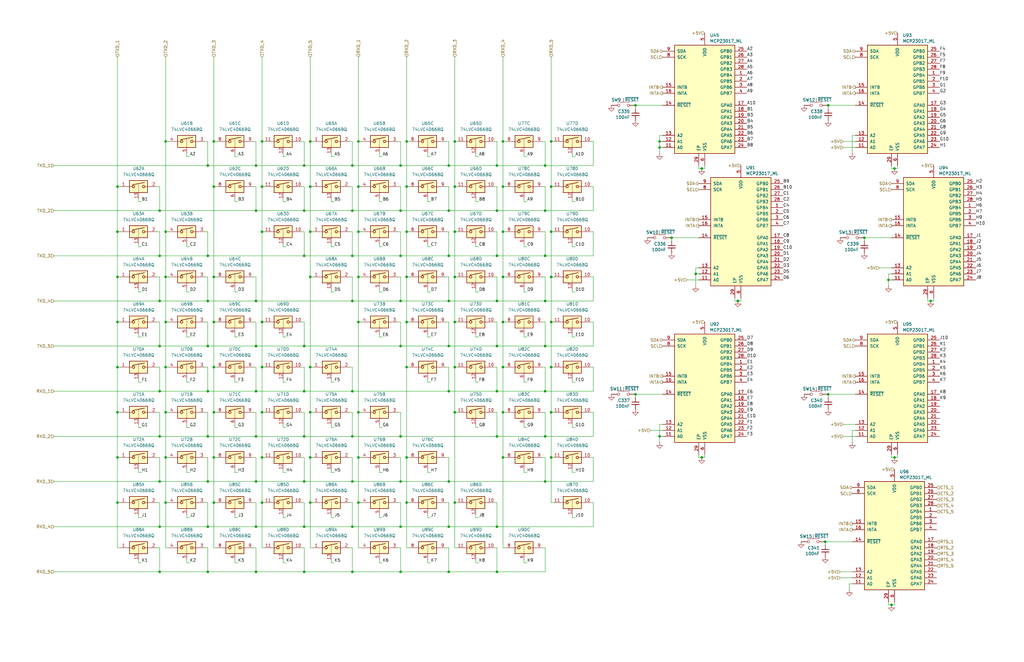
<source format=kicad_sch>
(kicad_sch (version 20250114) (generator "eeschema") (generator_version "9.0")
  (paper "B")
  (junction (at 87.63 146.05))
  (junction (at 148.59 184.15))
  (junction (at 107.95 203.2))
  (junction (at 151.13 173.99))
  (junction (at 191.77 135.89))
  (junction (at 392.43 127))
  (junction (at 229.87 107.95))
  (junction (at 110.49 173.99))
  (junction (at 87.63 165.1))
  (junction (at 229.87 69.85))
  (junction (at 189.23 107.95))
  (junction (at 209.55 146.05))
  (junction (at 278.13 59.69))
  (junction (at 148.59 107.95))
  (junction (at 148.59 241.3))
  (junction (at 212.09 97.79))
  (junction (at 229.87 184.15))
  (junction (at 209.55 222.25))
  (junction (at 87.63 241.3))
  (junction (at 67.31 241.3))
  (junction (at 130.81 59.69))
  (junction (at 110.49 193.04))
  (junction (at 212.09 59.69))
  (junction (at 69.85 135.89))
  (junction (at 374.65 118.11))
  (junction (at 90.17 193.04))
  (junction (at 67.31 127))
  (junction (at 148.59 203.2))
  (junction (at 191.77 173.99))
  (junction (at 67.31 107.95))
  (junction (at 171.45 116.84))
  (junction (at 69.85 59.69))
  (junction (at 267.97 44.45))
  (junction (at 107.95 165.1))
  (junction (at 229.87 203.2))
  (junction (at 191.77 116.84))
  (junction (at 229.87 165.1))
  (junction (at 168.91 241.3))
  (junction (at 110.49 78.74))
  (junction (at 189.23 165.1))
  (junction (at 168.91 184.15))
  (junction (at 90.17 59.69))
  (junction (at 128.27 184.15))
  (junction (at 69.85 193.04))
  (junction (at 130.81 193.04))
  (junction (at 148.59 88.9))
  (junction (at 49.53 193.04))
  (junction (at 232.41 59.69))
  (junction (at 229.87 146.05))
  (junction (at 229.87 88.9))
  (junction (at 232.41 193.04))
  (junction (at 107.95 222.25))
  (junction (at 191.77 154.94))
  (junction (at 151.13 212.09))
  (junction (at 168.91 222.25))
  (junction (at 90.17 135.89))
  (junction (at 49.53 135.89))
  (junction (at 189.23 69.85))
  (junction (at 171.45 78.74))
  (junction (at 229.87 127))
  (junction (at 209.55 184.15))
  (junction (at 191.77 212.09))
  (junction (at 168.91 88.9))
  (junction (at 377.19 71.12))
  (junction (at 90.17 116.84))
  (junction (at 168.91 127))
  (junction (at 171.45 193.04))
  (junction (at 87.63 69.85))
  (junction (at 130.81 154.94))
  (junction (at 189.23 203.2))
  (junction (at 212.09 154.94))
  (junction (at 130.81 78.74))
  (junction (at 90.17 212.09))
  (junction (at 128.27 222.25))
  (junction (at 128.27 203.2))
  (junction (at 107.95 184.15))
  (junction (at 232.41 135.89))
  (junction (at 267.97 166.37))
  (junction (at 128.27 165.1))
  (junction (at 130.81 97.79))
  (junction (at 151.13 59.69))
  (junction (at 377.19 193.04))
  (junction (at 209.55 88.9))
  (junction (at 232.41 173.99))
  (junction (at 209.55 107.95))
  (junction (at 375.92 255.27))
  (junction (at 90.17 78.74))
  (junction (at 212.09 193.04))
  (junction (at 87.63 184.15))
  (junction (at 171.45 154.94))
  (junction (at 148.59 127))
  (junction (at 128.27 107.95))
  (junction (at 168.91 69.85))
  (junction (at 69.85 212.09))
  (junction (at 151.13 78.74))
  (junction (at 191.77 78.74))
  (junction (at 283.21 100.33))
  (junction (at 148.59 165.1))
  (junction (at 49.53 78.74))
  (junction (at 110.49 135.89))
  (junction (at 364.49 100.33))
  (junction (at 49.53 97.79))
  (junction (at 49.53 154.94))
  (junction (at 232.41 78.74))
  (junction (at 49.53 173.99))
  (junction (at 87.63 222.25))
  (junction (at 69.85 97.79))
  (junction (at 87.63 203.2))
  (junction (at 232.41 97.79))
  (junction (at 110.49 212.09))
  (junction (at 212.09 116.84))
  (junction (at 67.31 222.25))
  (junction (at 151.13 193.04))
  (junction (at 191.77 97.79))
  (junction (at 189.23 241.3))
  (junction (at 151.13 97.79))
  (junction (at 232.41 154.94))
  (junction (at 278.13 62.23))
  (junction (at 90.17 154.94))
  (junction (at 110.49 59.69))
  (junction (at 67.31 146.05))
  (junction (at 295.91 193.04))
  (junction (at 209.55 69.85))
  (junction (at 107.95 241.3))
  (junction (at 209.55 127))
  (junction (at 67.31 203.2))
  (junction (at 130.81 116.84))
  (junction (at 107.95 127))
  (junction (at 151.13 135.89))
  (junction (at 189.23 88.9))
  (junction (at 130.81 173.99))
  (junction (at 107.95 69.85))
  (junction (at 209.55 165.1))
  (junction (at 212.09 173.99))
  (junction (at 107.95 146.05))
  (junction (at 168.91 107.95))
  (junction (at 232.41 116.84))
  (junction (at 278.13 184.15))
  (junction (at 110.49 97.79))
  (junction (at 168.91 146.05))
  (junction (at 67.31 184.15))
  (junction (at 171.45 212.09))
  (junction (at 69.85 116.84))
  (junction (at 293.37 115.57))
  (junction (at 49.53 116.84))
  (junction (at 189.23 146.05))
  (junction (at 349.25 166.37))
  (junction (at 148.59 69.85))
  (junction (at 67.31 88.9))
  (junction (at 168.91 203.2))
  (junction (at 128.27 241.3))
  (junction (at 171.45 59.69))
  (junction (at 209.55 241.3))
  (junction (at 171.45 97.79))
  (junction (at 189.23 222.25))
  (junction (at 49.53 212.09))
  (junction (at 171.45 135.89))
  (junction (at 212.09 135.89))
  (junction (at 151.13 116.84))
  (junction (at 148.59 222.25))
  (junction (at 128.27 88.9))
  (junction (at 212.09 78.74))
  (junction (at 130.81 212.09))
  (junction (at 347.98 228.6))
  (junction (at 87.63 107.95))
  (junction (at 107.95 88.9))
  (junction (at 128.27 69.85))
  (junction (at 349.25 44.45))
  (junction (at 295.91 71.12))
  (junction (at 189.23 127))
  (junction (at 191.77 59.69))
  (junction (at 87.63 127))
  (junction (at 311.15 127))
  (junction (at 69.85 154.94))
  (junction (at 67.31 165.1))
  (junction (at 110.49 154.94))
  (junction (at 90.17 173.99))
  (junction (at 69.85 173.99))
  (junction (at 128.27 146.05))
  (wire (pts (xy 171.45 78.74) (xy 172.72 78.74)))
  (wire (pts (xy 212.09 59.69) (xy 213.36 59.69)))
  (wire (pts (xy 161.29 85.09) (xy 160.02 85.09)))
  (wire (pts (xy 119.38 142.24) (xy 119.38 140.97)))
  (wire (pts (xy 160.02 218.44) (xy 160.02 217.17)))
  (wire (pts (xy 160.02 237.49) (xy 160.02 236.22)))
  (wire (pts (xy 377.19 193.04) (xy 375.92 193.04)))
  (wire (pts (xy 110.49 59.69) (xy 110.49 78.74)))
  (wire (pts (xy 232.41 97.79) (xy 232.41 116.84)))
  (wire (pts (xy 139.7 218.44) (xy 139.7 217.17)))
  (wire (pts (xy 250.19 146.05) (xy 229.87 146.05)))
  (wire (pts (xy 99.06 123.19) (xy 99.06 121.92)))
  (wire (pts (xy 49.53 154.94) (xy 50.8 154.94)))
  (wire (pts (xy 212.09 173.99) (xy 213.36 173.99)))
  (wire (pts (xy 90.17 193.04) (xy 90.17 212.09)))
  (wire (pts (xy 171.45 97.79) (xy 171.45 116.84)))
  (wire (pts (xy 130.81 59.69) (xy 132.08 59.69)))
  (wire (pts (xy 189.23 59.69) (xy 189.23 69.85)))
  (wire (pts (xy 49.53 193.04) (xy 49.53 212.09)))
  (wire (pts (xy 107.95 127) (xy 148.59 127)))
  (wire (pts (xy 67.31 116.84) (xy 67.31 127)))
  (wire (pts (xy 22.86 203.2) (xy 67.31 203.2)))
  (wire (pts (xy 69.85 135.89) (xy 69.85 154.94)))
  (wire (pts (xy 349.25 166.37) (xy 360.68 166.37)))
  (wire (pts (xy 232.41 173.99) (xy 233.68 173.99)))
  (wire (pts (xy 78.74 142.24) (xy 78.74 140.97)))
  (wire (pts (xy 128.27 59.69) (xy 128.27 69.85)))
  (wire (pts (xy 128.27 193.04) (xy 127 193.04)))
  (wire (pts (xy 151.13 212.09) (xy 152.4 212.09)))
  (wire (pts (xy 312.42 125.73) (xy 312.42 127)))
  (wire (pts (xy 309.88 125.73) (xy 309.88 127)))
  (wire (pts (xy 212.09 135.89) (xy 212.09 154.94)))
  (wire (pts (xy 168.91 88.9) (xy 189.23 88.9)))
  (wire (pts (xy 232.41 193.04) (xy 232.41 212.09)))
  (wire (pts (xy 212.09 116.84) (xy 213.36 116.84)))
  (wire (pts (xy 297.18 193.04) (xy 295.91 193.04)))
  (wire (pts (xy 181.61 66.04) (xy 180.34 66.04)))
  (wire (pts (xy 168.91 78.74) (xy 168.91 88.9)))
  (wire (pts (xy 189.23 107.95) (xy 168.91 107.95)))
  (wire (pts (xy 241.3 218.44) (xy 241.3 217.17)))
  (wire (pts (xy 87.63 154.94) (xy 87.63 165.1)))
  (wire (pts (xy 130.81 78.74) (xy 130.81 97.79)))
  (wire (pts (xy 294.64 69.85) (xy 294.64 71.12)))
  (wire (pts (xy 80.01 66.04) (xy 78.74 66.04)))
  (wire (pts (xy 128.27 184.15) (xy 107.95 184.15)))
  (wire (pts (xy 181.61 161.29) (xy 180.34 161.29)))
  (wire (pts (xy 148.59 116.84) (xy 148.59 127)))
  (wire (pts (xy 229.87 107.95) (xy 209.55 107.95)))
  (wire (pts (xy 222.25 104.14) (xy 220.98 104.14)))
  (wire (pts (xy 69.85 173.99) (xy 69.85 193.04)))
  (wire (pts (xy 355.6 59.69) (xy 360.68 59.69)))
  (wire (pts (xy 87.63 231.14) (xy 87.63 241.3)))
  (wire (pts (xy 222.25 85.09) (xy 220.98 85.09)))
  (wire (pts (xy 209.55 212.09) (xy 208.28 212.09)))
  (wire (pts (xy 59.69 123.19) (xy 58.42 123.19)))
  (wire (pts (xy 69.85 24.13) (xy 69.85 59.69)))
  (wire (pts (xy 151.13 135.89) (xy 151.13 173.99)))
  (wire (pts (xy 90.17 59.69) (xy 90.17 78.74)))
  (wire (pts (xy 128.27 203.2) (xy 148.59 203.2)))
  (wire (pts (xy 250.19 173.99) (xy 248.92 173.99)))
  (wire (pts (xy 78.74 180.34) (xy 78.74 179.07)))
  (wire (pts (xy 293.37 115.57) (xy 294.64 115.57)))
  (wire (pts (xy 370.84 113.03) (xy 375.92 113.03)))
  (wire (pts (xy 87.63 135.89) (xy 87.63 146.05)))
  (wire (pts (xy 100.33 123.19) (xy 99.06 123.19)))
  (wire (pts (xy 87.63 127) (xy 107.95 127)))
  (wire (pts (xy 267.97 44.45) (xy 267.97 45.72)))
  (wire (pts (xy 294.64 191.77) (xy 294.64 193.04)))
  (wire (pts (xy 374.65 118.11) (xy 375.92 118.11)))
  (wire (pts (xy 171.45 135.89) (xy 171.45 154.94)))
  (wire (pts (xy 200.66 66.04) (xy 200.66 64.77)))
  (wire (pts (xy 90.17 193.04) (xy 91.44 193.04)))
  (wire (pts (xy 151.13 59.69) (xy 152.4 59.69)))
  (wire (pts (xy 100.33 66.04) (xy 99.06 66.04)))
  (wire (pts (xy 58.42 104.14) (xy 58.42 102.87)))
  (wire (pts (xy 168.91 173.99) (xy 168.91 184.15)))
  (wire (pts (xy 110.49 24.13) (xy 110.49 59.69)))
  (wire (pts (xy 148.59 59.69) (xy 148.59 69.85)))
  (wire (pts (xy 119.38 199.39) (xy 119.38 198.12)))
  (wire (pts (xy 171.45 193.04) (xy 171.45 212.09)))
  (wire (pts (xy 250.19 212.09) (xy 250.19 222.25)))
  (wire (pts (xy 110.49 212.09) (xy 111.76 212.09)))
  (wire (pts (xy 297.18 191.77) (xy 297.18 193.04)))
  (wire (pts (xy 22.86 107.95) (xy 67.31 107.95)))
  (wire (pts (xy 90.17 231.14) (xy 91.44 231.14)))
  (wire (pts (xy 209.55 231.14) (xy 208.28 231.14)))
  (wire (pts (xy 201.93 104.14) (xy 200.66 104.14)))
  (wire (pts (xy 358.14 246.38) (xy 359.41 246.38)))
  (wire (pts (xy 229.87 193.04) (xy 228.6 193.04)))
  (wire (pts (xy 241.3 85.09) (xy 241.3 83.82)))
  (wire (pts (xy 250.19 97.79) (xy 250.19 107.95)))
  (wire (pts (xy 220.98 85.09) (xy 220.98 83.82)))
  (wire (pts (xy 242.57 66.04) (xy 241.3 66.04)))
  (wire (pts (xy 189.23 69.85) (xy 209.55 69.85)))
  (wire (pts (xy 378.46 69.85) (xy 378.46 71.12)))
  (wire (pts (xy 220.98 66.04) (xy 220.98 64.77)))
  (wire (pts (xy 209.55 78.74) (xy 209.55 88.9)))
  (wire (pts (xy 78.74 66.04) (xy 78.74 64.77)))
  (wire (pts (xy 232.41 154.94) (xy 233.68 154.94)))
  (wire (pts (xy 232.41 97.79) (xy 233.68 97.79)))
  (wire (pts (xy 140.97 66.04) (xy 139.7 66.04)))
  (wire (pts (xy 374.65 118.11) (xy 374.65 115.57)))
  (wire (pts (xy 128.27 222.25) (xy 107.95 222.25)))
  (wire (pts (xy 87.63 146.05) (xy 107.95 146.05)))
  (wire (pts (xy 209.55 88.9) (xy 229.87 88.9)))
  (wire (pts (xy 242.57 123.19) (xy 241.3 123.19)))
  (wire (pts (xy 107.95 212.09) (xy 107.95 222.25)))
  (wire (pts (xy 189.23 146.05) (xy 209.55 146.05)))
  (wire (pts (xy 148.59 173.99) (xy 148.59 184.15)))
  (wire (pts (xy 87.63 193.04) (xy 87.63 203.2)))
  (wire (pts (xy 349.25 44.45) (xy 349.25 45.72)))
  (wire (pts (xy 49.53 231.14) (xy 50.8 231.14)))
  (wire (pts (xy 229.87 97.79) (xy 228.6 97.79)))
  (wire (pts (xy 201.93 218.44) (xy 200.66 218.44)))
  (wire (pts (xy 107.95 78.74) (xy 106.68 78.74)))
  (wire (pts (xy 168.91 97.79) (xy 168.91 107.95)))
  (wire (pts (xy 209.55 88.9) (xy 189.23 88.9)))
  (wire (pts (xy 168.91 97.79) (xy 167.64 97.79)))
  (wire (pts (xy 289.56 118.11) (xy 294.64 118.11)))
  (wire (pts (xy 99.06 85.09) (xy 99.06 83.82)))
  (wire (pts (xy 148.59 212.09) (xy 147.32 212.09)))
  (wire (pts (xy 128.27 193.04) (xy 128.27 203.2)))
  (wire (pts (xy 119.38 237.49) (xy 119.38 236.22)))
  (wire (pts (xy 139.7 104.14) (xy 139.7 102.87)))
  (wire (pts (xy 87.63 241.3) (xy 107.95 241.3)))
  (wire (pts (xy 128.27 97.79) (xy 127 97.79)))
  (wire (pts (xy 120.65 180.34) (xy 119.38 180.34)))
  (wire (pts (xy 168.91 116.84) (xy 168.91 127)))
  (wire (pts (xy 191.77 78.74) (xy 193.04 78.74)))
  (wire (pts (xy 69.85 154.94) (xy 71.12 154.94)))
  (wire (pts (xy 22.86 146.05) (xy 67.31 146.05)))
  (wire (pts (xy 189.23 59.69) (xy 187.96 59.69)))
  (wire (pts (xy 229.87 97.79) (xy 229.87 107.95)))
  (wire (pts (xy 168.91 173.99) (xy 167.64 173.99)))
  (wire (pts (xy 110.49 78.74) (xy 111.76 78.74)))
  (wire (pts (xy 171.45 116.84) (xy 171.45 135.89)))
  (wire (pts (xy 250.19 69.85) (xy 229.87 69.85)))
  (wire (pts (xy 87.63 212.09) (xy 87.63 222.25)))
  (wire (pts (xy 107.95 146.05) (xy 128.27 146.05)))
  (wire (pts (xy 87.63 69.85) (xy 107.95 69.85)))
  (wire (pts (xy 107.95 193.04) (xy 106.68 193.04)))
  (wire (pts (xy 378.46 191.77) (xy 378.46 193.04)))
  (wire (pts (xy 212.09 78.74) (xy 212.09 97.79)))
  (wire (pts (xy 201.93 161.29) (xy 200.66 161.29)))
  (wire (pts (xy 128.27 212.09) (xy 128.27 222.25)))
  (wire (pts (xy 160.02 199.39) (xy 160.02 198.12)))
  (wire (pts (xy 201.93 66.04) (xy 200.66 66.04)))
  (wire (pts (xy 200.66 85.09) (xy 200.66 83.82)))
  (wire (pts (xy 120.65 104.14) (xy 119.38 104.14)))
  (wire (pts (xy 130.81 116.84) (xy 130.81 154.94)))
  (wire (pts (xy 168.91 212.09) (xy 168.91 222.25)))
  (wire (pts (xy 110.49 97.79) (xy 111.76 97.79)))
  (wire (pts (xy 250.19 154.94) (xy 250.19 165.1)))
  (wire (pts (xy 250.19 212.09) (xy 248.92 212.09)))
  (wire (pts (xy 229.87 154.94) (xy 228.6 154.94)))
  (wire (pts (xy 67.31 146.05) (xy 87.63 146.05)))
  (wire (pts (xy 189.23 97.79) (xy 189.23 107.95)))
  (wire (pts (xy 67.31 173.99) (xy 66.04 173.99)))
  (wire (pts (xy 374.65 115.57) (xy 375.92 115.57)))
  (wire (pts (xy 69.85 97.79) (xy 69.85 116.84)))
  (wire (pts (xy 232.41 154.94) (xy 232.41 173.99)))
  (wire (pts (xy 283.21 100.33) (xy 283.21 101.6)))
  (wire (pts (xy 180.34 199.39) (xy 180.34 198.12)))
  (wire (pts (xy 49.53 97.79) (xy 49.53 116.84)))
  (wire (pts (xy 191.77 97.79) (xy 191.77 116.84)))
  (wire (pts (xy 59.69 85.09) (xy 58.42 85.09)))
  (wire (pts (xy 148.59 212.09) (xy 148.59 222.25)))
  (wire (pts (xy 110.49 78.74) (xy 110.49 97.79)))
  (wire (pts (xy 107.95 116.84) (xy 106.68 116.84)))
  (wire (pts (xy 148.59 165.1) (xy 189.23 165.1)))
  (wire (pts (xy 130.81 212.09) (xy 132.08 212.09)))
  (wire (pts (xy 130.81 231.14) (xy 132.08 231.14)))
  (wire (pts (xy 128.27 165.1) (xy 107.95 165.1)))
  (wire (pts (xy 67.31 78.74) (xy 66.04 78.74)))
  (wire (pts (xy 148.59 203.2) (xy 168.91 203.2)))
  (wire (pts (xy 87.63 107.95) (xy 128.27 107.95)))
  (wire (pts (xy 107.95 173.99) (xy 107.95 184.15)))
  (wire (pts (xy 90.17 135.89) (xy 91.44 135.89)))
  (wire (pts (xy 151.13 193.04) (xy 152.4 193.04)))
  (wire (pts (xy 59.69 180.34) (xy 58.42 180.34)))
  (wire (pts (xy 120.65 199.39) (xy 119.38 199.39)))
  (wire (pts (xy 180.34 85.09) (xy 180.34 83.82)))
  (wire (pts (xy 180.34 123.19) (xy 180.34 121.92)))
  (wire (pts (xy 107.95 135.89) (xy 106.68 135.89)))
  (wire (pts (xy 58.42 123.19) (xy 58.42 121.92)))
  (wire (pts (xy 49.53 116.84) (xy 49.53 135.89)))
  (wire (pts (xy 69.85 231.14) (xy 71.12 231.14)))
  (wire (pts (xy 69.85 193.04) (xy 69.85 212.09)))
  (wire (pts (xy 80.01 199.39) (xy 78.74 199.39)))
  (wire (pts (xy 222.25 142.24) (xy 220.98 142.24)))
  (wire (pts (xy 168.91 78.74) (xy 167.64 78.74)))
  (wire (pts (xy 181.61 85.09) (xy 180.34 85.09)))
  (wire (pts (xy 229.87 154.94) (xy 229.87 165.1)))
  (wire (pts (xy 107.95 88.9) (xy 128.27 88.9)))
  (wire (pts (xy 295.91 193.04) (xy 294.64 193.04)))
  (wire (pts (xy 191.77 212.09) (xy 191.77 231.14)))
  (wire (pts (xy 119.38 218.44) (xy 119.38 217.17)))
  (wire (pts (xy 171.45 135.89) (xy 172.72 135.89)))
  (wire (pts (xy 209.55 154.94) (xy 209.55 165.1)))
  (wire (pts (xy 209.55 116.84) (xy 209.55 127)))
  (wire (pts (xy 250.19 59.69) (xy 250.19 69.85)))
  (wire (pts (xy 201.93 142.24) (xy 200.66 142.24)))
  (wire (pts (xy 241.3 199.39) (xy 241.3 198.12)))
  (wire (pts (xy 130.81 173.99) (xy 132.08 173.99)))
  (wire (pts (xy 191.77 97.79) (xy 193.04 97.79)))
  (wire (pts (xy 22.86 165.1) (xy 67.31 165.1)))
  (wire (pts (xy 222.25 123.19) (xy 220.98 123.19)))
  (wire (pts (xy 87.63 193.04) (xy 86.36 193.04)))
  (wire (pts (xy 49.53 212.09) (xy 49.53 231.14)))
  (wire (pts (xy 358.14 248.92) (xy 358.14 246.38)))
  (wire (pts (xy 229.87 59.69) (xy 228.6 59.69)))
  (wire (pts (xy 229.87 59.69) (xy 229.87 69.85)))
  (wire (pts (xy 232.41 78.74) (xy 233.68 78.74)))
  (wire (pts (xy 90.17 59.69) (xy 91.44 59.69)))
  (wire (pts (xy 148.59 193.04) (xy 147.32 193.04)))
  (wire (pts (xy 232.41 173.99) (xy 232.41 193.04)))
  (wire (pts (xy 189.23 97.79) (xy 187.96 97.79)))
  (wire (pts (xy 200.66 237.49) (xy 200.66 236.22)))
  (wire (pts (xy 229.87 78.74) (xy 229.87 88.9)))
  (wire (pts (xy 107.95 59.69) (xy 106.68 59.69)))
  (wire (pts (xy 120.65 66.04) (xy 119.38 66.04)))
  (wire (pts (xy 110.49 154.94) (xy 111.76 154.94)))
  (wire (pts (xy 200.66 104.14) (xy 200.66 102.87)))
  (wire (pts (xy 148.59 116.84) (xy 147.32 116.84)))
  (wire (pts (xy 171.45 78.74) (xy 171.45 97.79)))
  (wire (pts (xy 148.59 231.14) (xy 148.59 241.3)))
  (wire (pts (xy 59.69 142.24) (xy 58.42 142.24)))
  (wire (pts (xy 212.09 193.04) (xy 212.09 231.14)))
  (wire (pts (xy 67.31 107.95) (xy 87.63 107.95)))
  (wire (pts (xy 49.53 135.89) (xy 50.8 135.89)))
  (wire (pts (xy 99.06 142.24) (xy 99.06 140.97)))
  (wire (pts (xy 222.25 66.04) (xy 220.98 66.04)))
  (wire (pts (xy 191.77 24.13) (xy 191.77 59.69)))
  (wire (pts (xy 107.95 231.14) (xy 107.95 241.3)))
  (wire (pts (xy 140.97 104.14) (xy 139.7 104.14)))
  (wire (pts (xy 250.19 173.99) (xy 250.19 184.15)))
  (wire (pts (xy 90.17 212.09) (xy 91.44 212.09)))
  (wire (pts (xy 140.97 218.44) (xy 139.7 218.44)))
  (wire (pts (xy 119.38 85.09) (xy 119.38 83.82)))
  (wire (pts (xy 229.87 193.04) (xy 229.87 203.2)))
  (wire (pts (xy 148.59 241.3) (xy 168.91 241.3)))
  (wire (pts (xy 128.27 146.05) (xy 168.91 146.05)))
  (wire (pts (xy 58.42 85.09) (xy 58.42 83.82)))
  (wire (pts (xy 212.09 231.14) (xy 213.36 231.14)))
  (wire (pts (xy 161.29 66.04) (xy 160.02 66.04)))
  (wire (pts (xy 232.41 212.09) (xy 233.68 212.09)))
  (wire (pts (xy 377.19 71.12) (xy 375.92 71.12)))
  (wire (pts (xy 161.29 142.24) (xy 160.02 142.24)))
  (wire (pts (xy 267.97 166.37) (xy 267.97 167.64)))
  (wire (pts (xy 59.69 237.49) (xy 58.42 237.49)))
  (wire (pts (xy 22.86 127) (xy 67.31 127)))
  (wire (pts (xy 355.6 179.07) (xy 360.68 179.07)))
  (wire (pts (xy 107.95 231.14) (xy 106.68 231.14)))
  (wire (pts (xy 128.27 231.14) (xy 127 231.14)))
  (wire (pts (xy 168.91 59.69) (xy 168.91 69.85)))
  (wire (pts (xy 232.41 78.74) (xy 232.41 97.79)))
  (wire (pts (xy 312.42 127) (xy 311.15 127)))
  (wire (pts (xy 69.85 97.79) (xy 71.12 97.79)))
  (wire (pts (xy 171.45 59.69) (xy 171.45 78.74)))
  (wire (pts (xy 130.81 59.69) (xy 130.81 78.74)))
  (wire (pts (xy 375.92 255.27) (xy 374.65 255.27)))
  (wire (pts (xy 168.91 231.14) (xy 168.91 241.3)))
  (wire (pts (xy 209.55 127) (xy 189.23 127)))
  (wire (pts (xy 355.6 184.15) (xy 360.68 184.15)))
  (wire (pts (xy 130.81 116.84) (xy 132.08 116.84)))
  (wire (pts (xy 128.27 165.1) (xy 148.59 165.1)))
  (wire (pts (xy 87.63 116.84) (xy 86.36 116.84)))
  (wire (pts (xy 349.25 166.37) (xy 349.25 167.64)))
  (wire (pts (xy 168.91 231.14) (xy 167.64 231.14)))
  (wire (pts (xy 278.13 184.15) (xy 279.4 184.15)))
  (wire (pts (xy 209.55 97.79) (xy 208.28 97.79)))
  (wire (pts (xy 278.13 59.69) (xy 279.4 59.69)))
  (wire (pts (xy 151.13 116.84) (xy 152.4 116.84)))
  (wire (pts (xy 78.74 199.39) (xy 78.74 198.12)))
  (wire (pts (xy 189.23 231.14) (xy 189.23 241.3)))
  (wire (pts (xy 250.19 184.15) (xy 229.87 184.15)))
  (wire (pts (xy 100.33 142.24) (xy 99.06 142.24)))
  (wire (pts (xy 393.7 125.73) (xy 393.7 127)))
  (wire (pts (xy 212.09 193.04) (xy 213.36 193.04)))
  (wire (pts (xy 87.63 203.2) (xy 107.95 203.2)))
  (wire (pts (xy 232.41 59.69) (xy 233.68 59.69)))
  (wire (pts (xy 151.13 97.79) (xy 151.13 116.84)))
  (wire (pts (xy 148.59 231.14) (xy 147.32 231.14)))
  (wire (pts (xy 67.31 154.94) (xy 67.31 165.1)))
  (wire (pts (xy 278.13 59.69) (xy 278.13 57.15)))
  (wire (pts (xy 151.13 212.09) (xy 151.13 231.14)))
  (wire (pts (xy 229.87 146.05) (xy 209.55 146.05)))
  (wire (pts (xy 139.7 161.29) (xy 139.7 160.02)))
  (wire (pts (xy 212.09 78.74) (xy 213.36 78.74)))
  (wire (pts (xy 201.93 180.34) (xy 200.66 180.34)))
  (wire (pts (xy 148.59 173.99) (xy 147.32 173.99)))
  (wire (pts (xy 22.86 88.9) (xy 67.31 88.9)))
  (wire (pts (xy 191.77 135.89) (xy 191.77 154.94)))
  (wire (pts (xy 209.55 241.3) (xy 229.87 241.3)))
  (wire (pts (xy 151.13 78.74) (xy 152.4 78.74)))
  (wire (pts (xy 241.3 180.34) (xy 241.3 179.07)))
  (wire (pts (xy 297.18 71.12) (xy 295.91 71.12)))
  (wire (pts (xy 278.13 57.15) (xy 279.4 57.15)))
  (wire (pts (xy 148.59 97.79) (xy 147.32 97.79)))
  (wire (pts (xy 100.33 161.29) (xy 99.06 161.29)))
  (wire (pts (xy 67.31 173.99) (xy 67.31 184.15)))
  (wire (pts (xy 87.63 222.25) (xy 107.95 222.25)))
  (wire (pts (xy 130.81 78.74) (xy 132.08 78.74)))
  (wire (pts (xy 378.46 193.04) (xy 377.19 193.04)))
  (wire (pts (xy 110.49 135.89) (xy 110.49 154.94)))
  (wire (pts (xy 87.63 165.1) (xy 107.95 165.1)))
  (wire (pts (xy 293.37 113.03) (xy 294.64 113.03)))
  (wire (pts (xy 151.13 59.69) (xy 151.13 78.74)))
  (wire (pts (xy 100.33 85.09) (xy 99.06 85.09)))
  (wire (pts (xy 180.34 218.44) (xy 180.34 217.17)))
  (wire (pts (xy 128.27 88.9) (xy 148.59 88.9)))
  (wire (pts (xy 229.87 135.89) (xy 228.6 135.89)))
  (wire (pts (xy 171.45 231.14) (xy 172.72 231.14)))
  (wire (pts (xy 67.31 135.89) (xy 66.04 135.89)))
  (wire (pts (xy 67.31 231.14) (xy 67.31 241.3)))
  (wire (pts (xy 168.91 135.89) (xy 167.64 135.89)))
  (wire (pts (xy 90.17 173.99) (xy 91.44 173.99)))
  (wire (pts (xy 161.29 199.39) (xy 160.02 199.39)))
  (wire (pts (xy 107.95 212.09) (xy 106.68 212.09)))
  (wire (pts (xy 297.18 69.85) (xy 297.18 71.12)))
  (wire (pts (xy 161.29 218.44) (xy 160.02 218.44)))
  (wire (pts (xy 278.13 62.23) (xy 278.13 59.69)))
  (wire (pts (xy 311.15 127) (xy 309.88 127)))
  (wire (pts (xy 168.91 222.25) (xy 189.23 222.25)))
  (wire (pts (xy 151.13 193.04) (xy 151.13 212.09)))
  (wire (pts (xy 201.93 85.09) (xy 200.66 85.09)))
  (wire (pts (xy 229.87 78.74) (xy 228.6 78.74)))
  (wire (pts (xy 180.34 142.24) (xy 180.34 140.97)))
  (wire (pts (xy 80.01 218.44) (xy 78.74 218.44)))
  (wire (pts (xy 49.53 24.13) (xy 49.53 78.74)))
  (wire (pts (xy 67.31 116.84) (xy 66.04 116.84)))
  (wire (pts (xy 209.55 222.25) (xy 189.23 222.25)))
  (wire (pts (xy 87.63 212.09) (xy 86.36 212.09)))
  (wire (pts (xy 58.42 199.39) (xy 58.42 198.12)))
  (wire (pts (xy 148.59 127) (xy 168.91 127)))
  (wire (pts (xy 128.27 69.85) (xy 148.59 69.85)))
  (wire (pts (xy 209.55 241.3) (xy 189.23 241.3)))
  (wire (pts (xy 160.02 104.14) (xy 160.02 102.87)))
  (wire (pts (xy 181.61 218.44) (xy 180.34 218.44)))
  (wire (pts (xy 67.31 184.15) (xy 87.63 184.15)))
  (wire (pts (xy 212.09 59.69) (xy 212.09 78.74)))
  (wire (pts (xy 80.01 161.29) (xy 78.74 161.29)))
  (wire (pts (xy 209.55 173.99) (xy 208.28 173.99)))
  (wire (pts (xy 90.17 116.84) (xy 91.44 116.84)))
  (wire (pts (xy 189.23 193.04) (xy 189.23 203.2)))
  (wire (pts (xy 293.37 115.57) (xy 293.37 120.65)))
  (wire (pts (xy 168.91 135.89) (xy 168.91 146.05)))
  (wire (pts (xy 220.98 123.19) (xy 220.98 121.92)))
  (wire (pts (xy 293.37 115.57) (xy 293.37 113.03)))
  (wire (pts (xy 69.85 154.94) (xy 69.85 173.99)))
  (wire (pts (xy 241.3 161.29) (xy 241.3 160.02)))
  (wire (pts (xy 359.41 57.15) (xy 360.68 57.15)))
  (wire (pts (xy 148.59 69.85) (xy 168.91 69.85)))
  (wire (pts (xy 128.27 78.74) (xy 127 78.74)))
  (wire (pts (xy 130.81 97.79) (xy 132.08 97.79)))
  (wire (pts (xy 229.87 231.14) (xy 228.6 231.14)))
  (wire (pts (xy 128.27 241.3) (xy 148.59 241.3)))
  (wire (pts (xy 232.41 135.89) (xy 233.68 135.89)))
  (wire (pts (xy 222.25 180.34) (xy 220.98 180.34)))
  (wire (pts (xy 274.32 181.61) (xy 279.4 181.61)))
  (wire (pts (xy 181.61 199.39) (xy 180.34 199.39)))
  (wire (pts (xy 148.59 154.94) (xy 147.32 154.94)))
  (wire (pts (xy 78.74 161.29) (xy 78.74 160.02)))
  (wire (pts (xy 250.19 59.69) (xy 248.92 59.69)))
  (wire (pts (xy 189.23 69.85) (xy 168.91 69.85)))
  (wire (pts (xy 87.63 135.89) (xy 86.36 135.89)))
  (wire (pts (xy 128.27 241.3) (xy 107.95 241.3)))
  (wire (pts (xy 212.09 116.84) (xy 212.09 135.89)))
  (wire (pts (xy 69.85 173.99) (xy 71.12 173.99)))
  (wire (pts (xy 229.87 231.14) (xy 229.87 241.3)))
  (wire (pts (xy 58.42 237.49) (xy 58.42 236.22)))
  (wire (pts (xy 250.19 135.89) (xy 248.92 135.89)))
  (wire (pts (xy 59.69 218.44) (xy 58.42 218.44)))
  (wire (pts (xy 151.13 24.13) (xy 151.13 59.69)))
  (wire (pts (xy 200.66 161.29) (xy 200.66 160.02)))
  (wire (pts (xy 90.17 24.13) (xy 90.17 59.69)))
  (wire (pts (xy 250.19 193.04) (xy 250.19 203.2)))
  (wire (pts (xy 250.19 107.95) (xy 229.87 107.95)))
  (wire (pts (xy 151.13 173.99) (xy 152.4 173.99)))
  (wire (pts (xy 100.33 218.44) (xy 99.06 218.44)))
  (wire (pts (xy 374.65 254) (xy 374.65 255.27)))
  (wire (pts (xy 359.41 181.61) (xy 360.68 181.61)))
  (wire (pts (xy 78.74 218.44) (xy 78.74 217.17)))
  (wire (pts (xy 189.23 135.89) (xy 187.96 135.89)))
  (wire (pts (xy 168.91 241.3) (xy 189.23 241.3)))
  (wire (pts (xy 220.98 142.24) (xy 220.98 140.97)))
  (wire (pts (xy 220.98 161.29) (xy 220.98 160.02)))
  (wire (pts (xy 148.59 193.04) (xy 148.59 203.2)))
  (wire (pts (xy 161.29 123.19) (xy 160.02 123.19)))
  (wire (pts (xy 229.87 135.89) (xy 229.87 146.05)))
  (wire (pts (xy 107.95 78.74) (xy 107.95 88.9)))
  (wire (pts (xy 191.77 59.69) (xy 193.04 59.69)))
  (wire (pts (xy 242.57 142.24) (xy 241.3 142.24)))
  (wire (pts (xy 209.55 135.89) (xy 208.28 135.89)))
  (wire (pts (xy 151.13 231.14) (xy 152.4 231.14)))
  (wire (pts (xy 212.09 24.13) (xy 212.09 59.69)))
  (wire (pts (xy 250.19 193.04) (xy 248.92 193.04)))
  (wire (pts (xy 130.81 193.04) (xy 132.08 193.04)))
  (wire (pts (xy 130.81 154.94) (xy 132.08 154.94)))
  (wire (pts (xy 242.57 161.29) (xy 241.3 161.29)))
  (wire (pts (xy 107.95 193.04) (xy 107.95 203.2)))
  (wire (pts (xy 180.34 104.14) (xy 180.34 102.87)))
  (wire (pts (xy 212.09 154.94) (xy 213.36 154.94)))
  (wire (pts (xy 171.45 59.69) (xy 172.72 59.69)))
  (wire (pts (xy 377.19 254) (xy 377.19 255.27)))
  (wire (pts (xy 128.27 154.94) (xy 127 154.94)))
  (wire (pts (xy 200.66 142.24) (xy 200.66 140.97)))
  (wire (pts (xy 171.45 154.94) (xy 171.45 193.04)))
  (wire (pts (xy 250.19 88.9) (xy 229.87 88.9)))
  (wire (pts (xy 78.74 104.14) (xy 78.74 102.87)))
  (wire (pts (xy 67.31 127) (xy 87.63 127)))
  (wire (pts (xy 139.7 237.49) (xy 139.7 236.22)))
  (wire (pts (xy 130.81 173.99) (xy 130.81 193.04)))
  (wire (pts (xy 80.01 237.49) (xy 78.74 237.49)))
  (wire (pts (xy 22.86 184.15) (xy 67.31 184.15)))
  (wire (pts (xy 69.85 59.69) (xy 69.85 97.79)))
  (wire (pts (xy 347.98 228.6) (xy 347.98 229.87)))
  (wire (pts (xy 69.85 193.04) (xy 71.12 193.04)))
  (wire (pts (xy 201.93 237.49) (xy 200.66 237.49)))
  (wire (pts (xy 80.01 142.24) (xy 78.74 142.24)))
  (wire (pts (xy 119.38 104.14) (xy 119.38 102.87)))
  (wire (pts (xy 229.87 173.99) (xy 228.6 173.99)))
  (wire (pts (xy 148.59 222.25) (xy 168.91 222.25)))
  (wire (pts (xy 99.06 199.39) (xy 99.06 198.12)))
  (wire (pts (xy 59.69 104.14) (xy 58.42 104.14)))
  (wire (pts (xy 189.23 212.09) (xy 189.23 222.25)))
  (wire (pts (xy 120.65 161.29) (xy 119.38 161.29)))
  (wire (pts (xy 267.97 44.45) (xy 279.4 44.45)))
  (wire (pts (xy 189.23 78.74) (xy 189.23 88.9)))
  (wire (pts (xy 49.53 193.04) (xy 50.8 193.04)))
  (wire (pts (xy 295.91 71.12) (xy 294.64 71.12)))
  (wire (pts (xy 119.38 66.04) (xy 119.38 64.77)))
  (wire (pts (xy 87.63 231.14) (xy 86.36 231.14)))
  (wire (pts (xy 67.31 154.94) (xy 66.04 154.94)))
  (wire (pts (xy 278.13 179.07) (xy 279.4 179.07)))
  (wire (pts (xy 229.87 173.99) (xy 229.87 184.15)))
  (wire (pts (xy 128.27 135.89) (xy 128.27 146.05)))
  (wire (pts (xy 49.53 78.74) (xy 49.53 97.79)))
  (wire (pts (xy 49.53 212.09) (xy 50.8 212.09)))
  (wire (pts (xy 139.7 66.04) (xy 139.7 64.77)))
  (wire (pts (xy 189.23 154.94) (xy 187.96 154.94)))
  (wire (pts (xy 209.55 59.69) (xy 208.28 59.69)))
  (wire (pts (xy 160.02 123.19) (xy 160.02 121.92)))
  (wire (pts (xy 119.38 180.34) (xy 119.38 179.07)))
  (wire (pts (xy 212.09 173.99) (xy 212.09 193.04)))
  (wire (pts (xy 209.55 127) (xy 229.87 127)))
  (wire (pts (xy 160.02 85.09) (xy 160.02 83.82)))
  (wire (pts (xy 180.34 237.49) (xy 180.34 236.22)))
  (wire (pts (xy 107.95 173.99) (xy 106.68 173.99)))
  (wire (pts (xy 69.85 116.84) (xy 71.12 116.84)))
  (wire (pts (xy 191.77 154.94) (xy 191.77 173.99)))
  (wire (pts (xy 22.86 222.25) (xy 67.31 222.25)))
  (wire (pts (xy 209.55 173.99) (xy 209.55 184.15)))
  (wire (pts (xy 359.41 57.15) (xy 359.41 64.77)))
  (wire (pts (xy 200.66 123.19) (xy 200.66 121.92)))
  (wire (pts (xy 250.19 203.2) (xy 229.87 203.2)))
  (wire (pts (xy 78.74 237.49) (xy 78.74 236.22)))
  (wire (pts (xy 232.41 59.69) (xy 232.41 78.74)))
  (wire (pts (xy 110.49 193.04) (xy 110.49 212.09)))
  (wire (pts (xy 139.7 180.34) (xy 139.7 179.07)))
  (wire (pts (xy 120.65 142.24) (xy 119.38 142.24)))
  (wire (pts (xy 209.55 59.69) (xy 209.55 69.85)))
  (wire (pts (xy 107.95 154.94) (xy 107.95 165.1)))
  (wire (pts (xy 191.77 173.99) (xy 193.04 173.99)))
  (wire (pts (xy 189.23 135.89) (xy 189.23 146.05)))
  (wire (pts (xy 391.16 125.73) (xy 391.16 127)))
  (wire (pts (xy 171.45 116.84) (xy 172.72 116.84)))
  (wire (pts (xy 49.53 135.89) (xy 49.53 154.94)))
  (wire (pts (xy 49.53 116.84) (xy 50.8 116.84)))
  (wire (pts (xy 67.31 203.2) (xy 87.63 203.2)))
  (wire (pts (xy 151.13 135.89) (xy 152.4 135.89)))
  (wire (pts (xy 250.19 116.84) (xy 248.92 116.84)))
  (wire (pts (xy 148.59 78.74) (xy 147.32 78.74)))
  (wire (pts (xy 189.23 146.05) (xy 168.91 146.05)))
  (wire (pts (xy 90.17 78.74) (xy 91.44 78.74)))
  (wire (pts (xy 160.02 142.24) (xy 160.02 140.97)))
  (wire (pts (xy 189.23 116.84) (xy 189.23 127)))
  (wire (pts (xy 128.27 173.99) (xy 128.27 184.15)))
  (wire (pts (xy 209.55 222.25) (xy 250.19 222.25)))
  (wire (pts (xy 232.41 135.89) (xy 232.41 154.94)))
  (wire (pts (xy 171.45 193.04) (xy 172.72 193.04)))
  (wire (pts (xy 354.33 243.84) (xy 359.41 243.84)))
  (wire (pts (xy 229.87 184.15) (xy 209.55 184.15)))
  (wire (pts (xy 364.49 100.33) (xy 364.49 101.6)))
  (wire (pts (xy 120.65 218.44) (xy 119.38 218.44)))
  (wire (pts (xy 168.91 212.09) (xy 167.64 212.09)))
  (wire (pts (xy 201.93 123.19) (xy 200.66 123.19)))
  (wire (pts (xy 168.91 116.84) (xy 167.64 116.84)))
  (wire (pts (xy 110.49 59.69) (xy 111.76 59.69)))
  (wire (pts (xy 151.13 97.79) (xy 152.4 97.79)))
  (wire (pts (xy 278.13 186.69) (xy 278.13 184.15)))
  (wire (pts (xy 209.55 154.94) (xy 208.28 154.94)))
  (wire (pts (xy 209.55 165.1) (xy 229.87 165.1)))
  (wire (pts (xy 189.23 231.14) (xy 187.96 231.14)))
  (wire (pts (xy 181.61 104.14) (xy 180.34 104.14)))
  (wire (pts (xy 67.31 241.3) (xy 87.63 241.3)))
  (wire (pts (xy 250.19 116.84) (xy 250.19 127)))
  (wire (pts (xy 87.63 154.94) (xy 86.36 154.94)))
  (wire (pts (xy 99.06 180.34) (xy 99.06 179.07)))
  (wire (pts (xy 90.17 78.74) (xy 90.17 116.84)))
  (wire (pts (xy 191.77 135.89) (xy 193.04 135.89)))
  (wire (pts (xy 87.63 97.79) (xy 87.63 107.95)))
  (wire (pts (xy 99.06 66.04) (xy 99.06 64.77)))
  (wire (pts (xy 232.41 116.84) (xy 232.41 135.89)))
  (wire (pts (xy 168.91 59.69) (xy 167.64 59.69)))
  (wire (pts (xy 67.31 212.09) (xy 66.04 212.09)))
  (wire (pts (xy 128.27 135.89) (xy 127 135.89)))
  (wire (pts (xy 128.27 203.2) (xy 107.95 203.2)))
  (wire (pts (xy 200.66 218.44) (xy 200.66 217.17)))
  (wire (pts (xy 222.25 199.39) (xy 220.98 199.39)))
  (wire (pts (xy 220.98 199.39) (xy 220.98 198.12)))
  (wire (pts (xy 87.63 59.69) (xy 87.63 69.85)))
  (wire (pts (xy 232.41 193.04) (xy 233.68 193.04)))
  (wire (pts (xy 209.55 107.95) (xy 189.23 107.95)))
  (wire (pts (xy 250.19 97.79) (xy 248.92 97.79)))
  (wire (pts (xy 110.49 97.79) (xy 110.49 135.89)))
  (wire (pts (xy 191.77 116.84) (xy 191.77 135.89)))
  (wire (pts (xy 212.09 97.79) (xy 212.09 116.84)))
  (wire (pts (xy 80.01 123.19) (xy 78.74 123.19)))
  (wire (pts (xy 222.25 237.49) (xy 220.98 237.49)))
  (wire (pts (xy 120.65 85.09) (xy 119.38 85.09)))
  (wire (pts (xy 99.06 218.44) (xy 99.06 217.17)))
  (wire (pts (xy 191.77 154.94) (xy 193.04 154.94)))
  (wire (pts (xy 378.46 71.12) (xy 377.19 71.12)))
  (wire (pts (xy 90.17 154.94) (xy 91.44 154.94)))
  (wire (pts (xy 241.3 104.14) (xy 241.3 102.87)))
  (wire (pts (xy 107.95 154.94) (xy 106.68 154.94)))
  (wire (pts (xy 151.13 116.84) (xy 151.13 135.89)))
  (wire (pts (xy 393.7 127) (xy 392.43 127)))
  (wire (pts (xy 107.95 135.89) (xy 107.95 146.05)))
  (wire (pts (xy 90.17 135.89) (xy 90.17 154.94)))
  (wire (pts (xy 58.42 218.44) (xy 58.42 217.17)))
  (wire (pts (xy 189.23 78.74) (xy 187.96 78.74)))
  (wire (pts (xy 110.49 173.99) (xy 110.49 193.04)))
  (wire (pts (xy 140.97 180.34) (xy 139.7 180.34)))
  (wire (pts (xy 347.98 228.6) (xy 359.41 228.6)))
  (wire (pts (xy 250.19 78.74) (xy 250.19 88.9)))
  (wire (pts (xy 87.63 184.15) (xy 107.95 184.15)))
  (wire (pts (xy 148.59 154.94) (xy 148.59 165.1)))
  (wire (pts (xy 212.09 97.79) (xy 213.36 97.79)))
  (wire (pts (xy 22.86 241.3) (xy 67.31 241.3)))
  (wire (pts (xy 67.31 193.04) (xy 66.04 193.04)))
  (wire (pts (xy 189.23 116.84) (xy 187.96 116.84)))
  (wire (pts (xy 80.01 180.34) (xy 78.74 180.34)))
  (wire (pts (xy 374.65 120.65) (xy 374.65 118.11)))
  (wire (pts (xy 229.87 69.85) (xy 209.55 69.85)))
  (wire (pts (xy 49.53 173.99) (xy 49.53 193.04)))
  (wire (pts (xy 130.81 212.09) (xy 130.81 231.14)))
  (wire (pts (xy 354.33 241.3) (xy 359.41 241.3)))
  (wire (pts (xy 241.3 123.19) (xy 241.3 121.92)))
  (wire (pts (xy 168.91 193.04) (xy 168.91 203.2)))
  (wire (pts (xy 107.95 116.84) (xy 107.95 127)))
  (wire (pts (xy 128.27 212.09) (xy 127 212.09)))
  (wire (pts (xy 160.02 66.04) (xy 160.02 64.77)))
  (wire (pts (xy 130.81 24.13) (xy 130.81 59.69)))
  (wire (pts (xy 128.27 154.94) (xy 128.27 165.1)))
  (wire (pts (xy 191.77 212.09) (xy 193.04 212.09)))
  (wire (pts (xy 139.7 123.19) (xy 139.7 121.92)))
  (wire (pts (xy 128.27 173.99) (xy 127 173.99)))
  (wire (pts (xy 171.45 154.94) (xy 172.72 154.94)))
  (wire (pts (xy 168.91 127) (xy 189.23 127)))
  (wire (pts (xy 161.29 237.49) (xy 160.02 237.49)))
  (wire (pts (xy 148.59 97.79) (xy 148.59 107.95)))
  (wire (pts (xy 191.77 116.84) (xy 193.04 116.84)))
  (wire (pts (xy 250.19 127) (xy 229.87 127)))
  (wire (pts (xy 168.91 203.2) (xy 189.23 203.2)))
  (wire (pts (xy 69.85 212.09) (xy 71.12 212.09)))
  (wire (pts (xy 180.34 66.04) (xy 180.34 64.77)))
  (wire (pts (xy 90.17 154.94) (xy 90.17 173.99)))
  (wire (pts (xy 100.33 180.34) (xy 99.06 180.34)))
  (wire (pts (xy 139.7 199.39) (xy 139.7 198.12)))
  (wire (pts (xy 148.59 184.15) (xy 168.91 184.15)))
  (wire (pts (xy 100.33 237.49) (xy 99.06 237.49)))
  (wire (pts (xy 189.23 165.1) (xy 209.55 165.1)))
  (wire (pts (xy 220.98 237.49) (xy 220.98 236.22)))
  (wire (pts (xy 161.29 180.34) (xy 160.02 180.34)))
  (wire (pts (xy 140.97 161.29) (xy 139.7 161.29)))
  (wire (pts (xy 278.13 179.07) (xy 278.13 184.15)))
  (wire (pts (xy 49.53 78.74) (xy 50.8 78.74)))
  (wire (pts (xy 242.57 218.44) (xy 241.3 218.44)))
  (wire (pts (xy 90.17 212.09) (xy 90.17 231.14)))
  (wire (pts (xy 267.97 166.37) (xy 279.4 166.37)))
  (wire (pts (xy 67.31 231.14) (xy 66.04 231.14)))
  (wire (pts (xy 209.55 97.79) (xy 209.55 107.95)))
  (wire (pts (xy 90.17 173.99) (xy 90.17 193.04)))
  (wire (pts (xy 110.49 154.94) (xy 110.49 173.99)))
  (wire (pts (xy 49.53 97.79) (xy 50.8 97.79)))
  (wire (pts (xy 364.49 100.33) (xy 375.92 100.33)))
  (wire (pts (xy 128.27 184.15) (xy 148.59 184.15)))
  (wire (pts (xy 151.13 173.99) (xy 151.13 193.04)))
  (wire (pts (xy 241.3 142.24) (xy 241.3 140.97)))
  (wire (pts (xy 200.66 180.34) (xy 200.66 179.07)))
  (wire (pts (xy 128.27 69.85) (xy 107.95 69.85)))
  (wire (pts (xy 128.27 97.79) (xy 128.27 107.95)))
  (wire (pts (xy 220.98 180.34) (xy 220.98 179.07)))
  (wire (pts (xy 67.31 222.25) (xy 87.63 222.25)))
  (wire (pts (xy 191.77 78.74) (xy 191.77 97.79)))
  (wire (pts (xy 148.59 107.95) (xy 168.91 107.95)))
  (wire (pts (xy 278.13 62.23) (xy 279.4 62.23)))
  (wire (pts (xy 220.98 104.14) (xy 220.98 102.87)))
  (wire (pts (xy 87.63 97.79) (xy 86.36 97.79)))
  (wire (pts (xy 99.06 237.49) (xy 99.06 236.22)))
  (wire (pts (xy 191.77 231.14) (xy 193.04 231.14)))
  (wire (pts (xy 78.74 123.19) (xy 78.74 121.92)))
  (wire (pts (xy 140.97 237.49) (xy 139.7 237.49)))
  (wire (pts (xy 130.81 97.79) (xy 130.81 116.84)))
  (wire (pts (xy 107.95 59.69) (xy 107.95 69.85)))
  (wire (pts (xy 349.25 44.45) (xy 360.68 44.45)))
  (wire (pts (xy 128.27 231.14) (xy 128.27 241.3)))
  (wire (pts (xy 58.42 142.24) (xy 58.42 140.97)))
  (wire (pts (xy 232.41 116.84) (xy 233.68 116.84)))
  (wire (pts (xy 80.01 104.14) (xy 78.74 104.14)))
  (wire (pts (xy 139.7 85.09) (xy 139.7 83.82)))
  (wire (pts (xy 189.23 154.94) (xy 189.23 165.1)))
  (wire (pts (xy 128.27 107.95) (xy 148.59 107.95)))
  (wire (pts (xy 67.31 97.79) (xy 67.31 107.95)))
  (wire (pts (xy 241.3 66.04) (xy 241.3 64.77)))
  (wire (pts (xy 191.77 59.69) (xy 191.77 78.74)))
  (wire (pts (xy 49.53 173.99) (xy 50.8 173.99)))
  (wire (pts (xy 67.31 193.04) (xy 67.31 203.2)))
  (wire (pts (xy 87.63 173.99) (xy 86.36 173.99)))
  (wire (pts (xy 375.92 69.85) (xy 375.92 71.12)))
  (wire (pts (xy 209.55 212.09) (xy 209.55 222.25)))
  (wire (pts (xy 69.85 59.69) (xy 71.12 59.69)))
  (wire (pts (xy 181.61 237.49) (xy 180.34 237.49)))
  (wire (pts (xy 250.19 154.94) (xy 248.92 154.94)))
  (wire (pts (xy 140.97 85.09) (xy 139.7 85.09)))
  (wire (pts (xy 67.31 88.9) (xy 107.95 88.9)))
  (wire (pts (xy 209.55 78.74) (xy 208.28 78.74)))
  (wire (pts (xy 392.43 127) (xy 391.16 127)))
  (wire (pts (xy 168.91 193.04) (xy 167.64 193.04)))
  (wire (pts (xy 58.42 161.29) (xy 58.42 160.02)))
  (wire (pts (xy 67.31 97.79) (xy 66.04 97.79)))
  (wire (pts (xy 128.27 59.69) (xy 127 59.69)))
  (wire (pts (xy 148.59 78.74) (xy 148.59 88.9)))
  (wire (pts (xy 171.45 97.79) (xy 172.72 97.79)))
  (wire (pts (xy 375.92 191.77) (xy 375.92 193.04)))
  (wire (pts (xy 377.19 255.27) (xy 375.92 255.27)))
  (wire (pts (xy 67.31 78.74) (xy 67.31 88.9)))
  (wire (pts (xy 171.45 24.13) (xy 171.45 59.69)))
  (wire (pts (xy 87.63 173.99) (xy 87.63 184.15)))
  (wire (pts (xy 119.38 161.29) (xy 119.38 160.02)))
  (wire (pts (xy 69.85 116.84) (xy 69.85 135.89)))
  (wire (pts (xy 22.86 69.85) (xy 87.63 69.85)))
  (wire (pts (xy 161.29 104.14) (xy 160.02 104.14)))
  (wire (pts (xy 250.19 78.74) (xy 248.92 78.74)))
  (wire (pts (xy 49.53 154.94) (xy 49.53 173.99)))
  (wire (pts (xy 59.69 199.39) (xy 58.42 199.39)))
  (wire (pts (xy 229.87 116.84) (xy 228.6 116.84)))
  (wire (pts (xy 148.59 88.9) (xy 168.91 88.9)))
  (wire (pts (xy 359.41 181.61) (xy 359.41 186.69)))
  (wire (pts (xy 130.81 154.94) (xy 130.81 173.99)))
  (wire (pts (xy 171.45 212.09) (xy 172.72 212.09)))
  (wire (pts (xy 242.57 180.34) (xy 241.3 180.34)))
  (wire (pts (xy 232.41 24.13) (xy 232.41 59.69)))
  (wire (pts (xy 209.55 135.89) (xy 209.55 146.05)))
  (wire (pts (xy 209.55 116.84) (xy 208.28 116.84)))
  (wire (pts (xy 151.13 78.74) (xy 151.13 97.79)))
  (wire (pts (xy 212.09 135.89) (xy 213.36 135.89)))
  (wire (pts (xy 59.69 161.29) (xy 58.42 161.29)))
  (wire (pts (xy 242.57 104.14) (xy 241.3 104.14)))
  (wire (pts (xy 128.27 78.74) (xy 128.27 88.9)))
  (wire (pts (xy 160.02 180.34) (xy 160.02 179.07)))
  (wire (pts (xy 69.85 212.09) (xy 69.85 231.14)))
  (wire (pts (xy 250.19 135.89) (xy 250.19 146.05)))
  (wire (pts (xy 100.33 199.39) (xy 99.06 199.39)))
  (wire (pts (xy 189.23 193.04) (xy 187.96 193.04)))
  (wire (pts (xy 58.42 180.34) (xy 58.42 179.07)))
  (wire (pts (xy 191.77 173.99) (xy 191.77 212.09)))
  (wire (pts (xy 110.49 231.14) (xy 111.76 231.14)))
  (wire (pts (xy 87.63 116.84) (xy 87.63 127)))
  (wire (pts (xy 250.19 165.1) (xy 229.87 165.1)))
  (wire (pts (xy 181.61 142.24) (xy 180.34 142.24)))
  (wire (pts (xy 242.57 199.39) (xy 241.3 199.39)))
  (wire (pts (xy 148.59 59.69) (xy 147.32 59.69)))
  (wire (pts (xy 110.49 135.89) (xy 111.76 135.89)))
  (wire (pts (xy 209.55 231.14) (xy 209.55 241.3)))
  (wire (pts (xy 181.61 123.19) (xy 180.34 123.19)))
  (wire (pts (xy 171.45 212.09) (xy 171.45 231.14)))
  (wire (pts (xy 168.91 184.15) (xy 209.55 184.15)))
  (wire (pts (xy 99.06 161.29) (xy 99.06 160.02)))
  (wire (pts (xy 110.49 212.09) (xy 110.49 231.14)))
  (wire (pts (xy 140.97 123.19) (xy 139.7 123.19)))
  (wire (pts (xy 180.34 161.29) (xy 180.34 160.02)))
  (wire (pts (xy 90.17 116.84) (xy 90.17 135.89)))
  (wire (pts (xy 278.13 64.77) (xy 278.13 62.23)))
  (wire (pts (xy 67.31 165.1) (xy 87.63 165.1)))
  (wire (pts (xy 67.31 212.09) (xy 67.31 222.25)))
  (wire (pts (xy 110.49 193.04) (xy 111.76 193.04)))
  (wire (pts (xy 189.23 203.2) (xy 229.87 203.2)))
  (wire (pts (xy 283.21 100.33) (xy 294.64 100.33)))
  (wire (pts (xy 222.25 161.29) (xy 220.98 161.29)))
  (wire (pts (xy 120.65 237.49) (xy 119.38 237.49)))
  (wire (pts (xy 69.85 135.89) (xy 71.12 135.89)))
  (wire (pts (xy 212.09 154.94) (xy 212.09 173.99)))
  (wire (pts (xy 229.87 116.84) (xy 229.87 127)))
  (wire (pts (xy 128.27 222.25) (xy 148.59 222.25)))
  (wire (pts (xy 242.57 85.09) (xy 241.3 85.09)))
  (wire (pts (xy 87.63 59.69) (xy 86.36 59.69)))
  (wire (pts (xy 110.49 173.99) (xy 111.76 173.99)))
  (wire (pts (xy 355.6 62.23) (xy 360.68 62.23)))
  (wire (pts (xy 130.81 193.04) (xy 130.81 212.09)))
  (wire (pts (xy 67.31 135.89) (xy 67.31 146.05)))
  (wire (pts (xy 140.97 199.39) (xy 139.7 199.39)))
  (wire (pts (xy 189.23 212.09) (xy 187.96 212.09)))
  (label "J5" (at 140.97 218.44 0))
  (label "A9" (at 222.25 85.09 0))
  (label "H3" (at 411.48 80.01 0))
  (label "E2" (at 314.96 156.21 0))
  (label "C1" (at 330.2 82.55 0))
  (label "J3" (at 100.33 218.44 0))
  (label "E8" (at 314.96 171.45 0))
  (label "E1" (at 314.96 153.67 0))
  (label "A6" (at 161.29 66.04 0))
  (label "G6" (at 161.29 180.34 0))
  (label "G5" (at 396.24 49.53 0))
  (label "G1" (at 59.69 180.34 0))
  (label "A5" (at 314.96 29.21 0))
  (label "E10" (at 242.57 142.24 0))
  (label "H10" (at 242.57 199.39 0))
  (label "G5" (at 140.97 180.34 0))
  (label "E9" (at 222.25 142.24 0))
  (label "H3" (at 100.33 199.39 0))
  (label "B9" (at 330.2 77.47 0))
  (label "K9" (at 396.24 168.91 0))
  (label "D7" (at 314.96 143.51 0))
  (label "E3" (at 314.96 158.75 0))
  (label "A4" (at 120.65 66.04 0))
  (label "F7" (at 396.24 26.67 0))
  (label "A10" (at 314.96 44.45 0))
  (label "E10" (at 314.96 176.53 0))
  (label "G2" (at 396.24 39.37 0))
  (label "K4" (at 396.24 153.67 0))
  (label "H2" (at 80.01 199.39 0))
  (label "K5" (at 396.24 156.21 0))
  (label "D2" (at 80.01 123.19 0))
  (label "B5" (at 140.97 85.09 0))
  (label "J8" (at 201.93 218.44 0))
  (label "C6" (at 330.2 92.71 0))
  (label "H7" (at 181.61 199.39 0))
  (label "H4" (at 411.48 82.55 0))
  (label "B1" (at 59.69 85.09 0))
  (label "K8" (at 201.93 237.49 0))
  (label "E4" (at 314.96 161.29 0))
  (label "K2" (at 80.01 237.49 0))
  (label "B8" (at 314.96 62.23 0))
  (label "J5" (at 411.48 110.49 0))
  (label "C7" (at 330.2 95.25 0))
  (label "F10" (at 242.57 161.29 0))
  (label "K9" (at 222.25 237.49 0))
  (label "K6" (at 396.24 158.75 0))
  (label "B6" (at 314.96 57.15 0))
  (label "G10" (at 242.57 180.34 0))
  (label "G4" (at 396.24 46.99 0))
  (label "C8" (at 201.93 104.14 0))
  (label "G8" (at 201.93 180.34 0))
  (label "F9" (at 222.25 161.29 0))
  (label "K4" (at 120.65 237.49 0))
  (label "G3" (at 100.33 180.34 0))
  (label "J6" (at 161.29 218.44 0))
  (label "D8" (at 314.96 146.05 0))
  (label "E6" (at 314.96 166.37 0))
  (label "H5" (at 140.97 199.39 0))
  (label "K7" (at 181.61 237.49 0))
  (label "F2" (at 80.01 161.29 0))
  (label "B1" (at 314.96 46.99 0))
  (label "G1" (at 396.24 36.83 0))
  (label "C4" (at 330.2 87.63 0))
  (label "F5" (at 140.97 161.29 0))
  (label "E8" (at 201.93 142.24 0))
  (label "E9" (at 314.96 173.99 0))
  (label "C9" (at 222.25 104.14 0))
  (label "F9" (at 396.24 31.75 0))
  (label "J4" (at 120.65 218.44 0))
  (label "B10" (at 242.57 85.09 0))
  (label "C4" (at 120.65 104.14 0))
  (label "D10" (at 314.96 151.13 0))
  (label "B8" (at 201.93 85.09 0))
  (label "E1" (at 59.69 142.24 0))
  (label "C9" (at 330.2 102.87 0))
  (label "F10" (at 396.24 34.29 0))
  (label "H6" (at 411.48 87.63 0))
  (label "J6" (at 411.48 113.03 0))
  (label "A5" (at 140.97 66.04 0))
  (label "D6" (at 161.29 123.19 0))
  (label "J2" (at 411.48 102.87 0))
  (label "G2" (at 80.01 180.34 0))
  (label "D1" (at 59.69 123.19 0))
  (label "H6" (at 161.29 199.39 0))
  (label "J4" (at 411.48 107.95 0))
  (label "J10" (at 396.24 143.51 0))
  (label "C10" (at 330.2 105.41 0))
  (label "G6" (at 396.24 52.07 0))
  (label "D2" (at 330.2 110.49 0))
  (label "A9" (at 314.96 39.37 0))
  (label "J1" (at 59.69 218.44 0))
  (label "E7" (at 314.96 168.91 0))
  (label "H1" (at 59.69 199.39 0))
  (label "A8" (at 201.93 66.04 0))
  (label "K8" (at 396.24 166.37 0))
  (label "J7" (at 411.48 115.57 0))
  (label "B3" (at 100.33 85.09 0))
  (label "G10" (at 396.24 59.69 0))
  (label "E7" (at 181.61 142.24 0))
  (label "H7" (at 411.48 90.17 0))
  (label "C1" (at 59.69 104.14 0))
  (label "A4" (at 314.96 26.67 0))
  (label "B5" (at 314.96 54.61 0))
  (label "F7" (at 181.61 161.29 0))
  (label "F4" (at 396.24 21.59 0))
  (label "F3" (at 314.96 184.15 0))
  (label "B3" (at 314.96 49.53 0))
  (label "H9" (at 411.48 92.71 0))
  (label "C2" (at 80.01 104.14 0))
  (label "K5" (at 140.97 237.49 0))
  (label "D8" (at 201.93 123.19 0))
  (label "C2" (at 330.2 85.09 0))
  (label "C7" (at 181.61 104.14 0))
  (label "F1" (at 59.69 161.29 0))
  (label "A6" (at 314.96 31.75 0))
  (label "E6" (at 161.29 142.24 0))
  (label "F5" (at 396.24 24.13 0))
  (label "D9" (at 222.25 123.19 0))
  (label "D1" (at 330.2 107.95 0))
  (label "E2" (at 80.01 142.24 0))
  (label "C6" (at 161.29 104.14 0))
  (label "D10" (at 242.57 123.19 0))
  (label "F1" (at 314.96 179.07 0))
  (label "D7" (at 181.61 123.19 0))
  (label "K3" (at 100.33 237.49 0))
  (label "F8" (at 201.93 161.29 0))
  (label "K1" (at 396.24 146.05 0))
  (label "A2" (at 80.01 66.04 0))
  (label "K3" (at 396.24 151.13 0))
  (label "H5" (at 411.48 85.09 0))
  (label "F2" (at 314.96 181.61 0))
  (label "E3" (at 100.33 142.24 0))
  (label "A10" (at 242.57 66.04 0))
  (label "H2" (at 411.48 77.47 0))
  (label "C5" (at 330.2 90.17 0))
  (label "A7" (at 314.96 34.29 0))
  (label "D5" (at 330.2 115.57 0))
  (label "D3" (at 330.2 113.03 0))
  (label "B7" (at 181.61 85.09 0))
  (label "G3" (at 396.24 44.45 0))
  (label "G9" (at 222.25 180.34 0))
  (label "A7" (at 181.61 66.04 0))
  (label "G4" (at 120.65 180.34 0))
  (label "A2" (at 314.96 21.59 0))
  (label "C8" (at 330.2 100.33 0))
  (label "J2" (at 80.01 218.44 0))
  (label "C5" (at 140.97 104.14 0))
  (label "D3" (at 100.33 123.19 0))
  (label "A3" (at 100.33 66.04 0))
  (label "F3" (at 100.33 161.29 0))
  (label "K6" (at 161.29 237.49 0))
  (label "G9" (at 396.24 57.15 0))
  (label "J10" (at 242.57 218.44 0))
  (label "K2" (at 396.24 148.59 0))
  (label "H1" (at 396.24 62.23 0))
  (label "E4" (at 120.65 142.24 0))
  (label "A9" (at 222.25 66.04 0))
  (label "F8" (at 396.24 29.21 0))
  (label "J1" (at 411.48 100.33 0))
  (label "B10" (at 330.2 80.01 0))
  (label "J3" (at 411.48 105.41 0))
  (label "D9" (at 314.96 148.59 0))
  (label "A3" (at 314.96 24.13 0))
  (label "B4" (at 314.96 52.07 0))
  (label "J8" (at 411.48 118.11 0))
  (label "F4" (at 120.65 161.29 0))
  (label "B6" (at 161.29 85.09 0))
  (label "D5" (at 140.97 123.19 0))
  (label "K1" (at 59.69 237.49 0))
  (label "B4" (at 120.65 85.09 0))
  (label "H4" (at 120.65 199.39 0))
  (label "H9" (at 222.25 199.39 0))
  (label "J7" (at 181.61 218.44 0))
  (label "G8" (at 396.24 54.61 0))
  (label "D6" (at 330.2 118.11 0))
  (label "B7" (at 314.96 59.69 0))
  (label "H10" (at 411.48 95.25 0))
  (label "C10" (at 242.57 104.14 0))
  (label "A8" (at 314.96 36.83 0))
  (label "K7" (at 396.24 161.29 0))
  (hierarchical_label "INTA" (shape output) (at 359.41 223.52 180))
  (hierarchical_label "CTS_1" (shape input) (at 394.97 205.74 0))
  (hierarchical_label "TXD_4" (shape input) (at 110.49 24.13 90))
  (hierarchical_label "SCL" (shape input) (at 359.41 208.28 180))
  (hierarchical_label "+5V" (shape input) (at 355.6 179.07 180))
  (hierarchical_label "RTS_4" (shape input) (at 394.97 236.22 0))
  (hierarchical_label "SDA" (shape bidirectional) (at 360.68 21.59 180))
  (hierarchical_label "+5V" (shape input) (at 393.7 69.85 180))
  (hierarchical_label "RXD_3" (shape input) (at 191.77 24.13 90))
  (hierarchical_label "+5V" (shape input) (at 312.42 69.85 180))
  (hierarchical_label "RXD_2" (shape input) (at 22.86 184.15 180))
  (hierarchical_label "INTB" (shape output) (at 279.4 158.75 180))
  (hierarchical_label "SDA" (shape bidirectional) (at 360.68 143.51 180))
  (hierarchical_label "INTB" (shape output) (at 359.41 220.98 180))
  (hierarchical_label "INTB" (shape output) (at 360.68 158.75 180))
  (hierarchical_label "TXD_5" (shape input) (at 22.86 146.05 180))
  (hierarchical_label "+5V" (shape input) (at 377.19 198.12 180))
  (hierarchical_label "+5V" (shape input) (at 378.46 13.97 180))
  (hierarchical_label "INTB" (shape output) (at 375.92 92.71 180))
  (hierarchical_label "SCL" (shape input) (at 279.4 24.13 180))
  (hierarchical_label "INTB" (shape output) (at 279.4 36.83 180))
  (hierarchical_label "INTA" (shape output) (at 375.92 95.25 180))
  (hierarchical_label "CTS_5" (shape input) (at 394.97 215.9 0))
  (hierarchical_label "CTS_4" (shape input) (at 394.97 213.36 0))
  (hierarchical_label "SCL" (shape input) (at 279.4 146.05 180))
  (hierarchical_label "+5V" (shape input) (at 370.84 113.03 180))
  (hierarchical_label "+5V" (shape input) (at 378.46 135.89 180))
  (hierarchical_label "INTA" (shape output) (at 360.68 39.37 180))
  (hierarchical_label "RXD_2" (shape input) (at 171.45 24.13 90))
  (hierarchical_label "+5V" (shape input) (at 354.33 241.3 180))
  (hierarchical_label "SCL" (shape input) (at 375.92 80.01 180))
  (hierarchical_label "CTS_2" (shape input) (at 394.97 208.28 0))
  (hierarchical_label "CTS_3" (shape input) (at 394.97 210.82 0))
  (hierarchical_label "SDA" (shape bidirectional) (at 279.4 21.59 180))
  (hierarchical_label "SCL" (shape input) (at 294.64 80.01 180))
  (hierarchical_label "INTA" (shape output) (at 360.68 161.29 180))
  (hierarchical_label "RTS_3" (shape input) (at 394.97 233.68 0))
  (hierarchical_label "INTB" (shape output) (at 294.64 92.71 180))
  (hierarchical_label "RXD_1" (shape input) (at 151.13 24.13 90))
  (hierarchical_label "TXD_2" (shape input) (at 69.85 24.13 90))
  (hierarchical_label "+5V" (shape input) (at 355.6 59.69 180))
  (hierarchical_label "RXD_1" (shape input) (at 22.86 165.1 180))
  (hierarchical_label "+5V" (shape input) (at 289.56 118.11 180))
  (hierarchical_label "TXD_5" (shape input) (at 130.81 24.13 90))
  (hierarchical_label "RXD_3" (shape input) (at 22.86 203.2 180))
  (hierarchical_label "RXD_4" (shape input) (at 212.09 24.13 90))
  (hierarchical_label "TXD_1" (shape input) (at 22.86 69.85 180))
  (hierarchical_label "+5V" (shape input) (at 355.6 62.23 180))
  (hierarchical_label "RTS_1" (shape input) (at 394.97 228.6 0))
  (hierarchical_label "+5V" (shape input) (at 297.18 13.97 180))
  (hierarchical_label "SCL" (shape input) (at 360.68 146.05 180))
  (hierarchical_label "TXD_3" (shape input) (at 22.86 107.95 180))
  (hierarchical_label "+5V" (shape input) (at 274.32 181.61 180))
  (hierarchical_label "RTS_5" (shape input) (at 394.97 238.76 0))
  (hierarchical_label "RXD_5" (shape input) (at 232.41 24.13 90))
  (hierarchical_label "TXD_3" (shape input) (at 90.17 24.13 90))
  (hierarchical_label "SDA" (shape bidirectional) (at 279.4 143.51 180))
  (hierarchical_label "+5V" (shape input) (at 355.6 184.15 180))
  (hierarchical_label "+5V" (shape input) (at 297.18 135.89 180))
  (hierarchical_label "SCL" (shape input) (at 360.68 24.13 180))
  (hierarchical_label "SDA" (shape bidirectional) (at 375.92 77.47 180))
  (hierarchical_label "RTS_2" (shape input) (at 394.97 231.14 0))
  (hierarchical_label "TXD_2" (shape input) (at 22.86 88.9 180))
  (hierarchical_label "SDA" (shape bidirectional) (at 294.64 77.47 180))
  (hierarchical_label "INTA" (shape output) (at 294.64 95.25 180))
  (hierarchical_label "INTB" (shape output) (at 360.68 36.83 180))
  (hierarchical_label "SDA" (shape bidirectional) (at 359.41 205.74 180))
  (hierarchical_label "TXD_1" (shape input) (at 49.53 24.13 90))
  (hierarchical_label "RXD_4" (shape input) (at 22.86 222.25 180))
  (hierarchical_label "+5V" (shape input) (at 354.33 243.84 180))
  (hierarchical_label "RXD_5" (shape input) (at 22.86 241.3 180))
  (hierarchical_label "INTA" (shape output) (at 279.4 39.37 180))
  (hierarchical_label "INTA" (shape output) (at 279.4 161.29 180))
  (hierarchical_label "TXD_4" (shape input) (at 22.86 127 180))
  (symbol (lib_id "power:GND") (at 349.25 172.72 0) (unit 1)
    (property "Reference" "#PWR0542" (effects (hide yes)))
    (property "Value" "GND" (effects (hide yes)))
    (property "Description" "Power symbol creates a global label with name \"GND\" , ground" (effects (hide yes)))
  )
  (symbol (lib_id "power:GND") (at 375.92 255.27 0) (unit 1)
    (property "Reference" "#PWR0552" (effects (hide yes)))
    (property "Value" "GND" (effects (hide yes)))
    (property "Description" "Power symbol creates a global label with name \"GND\" , ground" (effects (hide yes)))
  )
  (symbol (lib_id "Analog_Switch:CD4066BM") (at 160.02 231.14 0) (unit 2)
    (property "Reference" "U89" (at 160.02 223.52 0))
    (property "Value" "74LVC4066BQ" (at 160.02 226.06 0))
    (property "Footprint" "Package_SO:SO-14_3.9x8.65mm_P1.27mm" (effects (hide yes)))
    (property "Datasheet" "https://www.ti.com/lit/ds/symlink/cd4066b.pdf" (effects (hide yes)))
    (property "Description" "Quad 20V analog SPST 1:1 switch, SO-14 (3.9x8.65mm)" (effects (hide yes)))
  )
  (symbol (lib_id "Interface_Expansion:MCP23017_ML") (at 297.18 41.91 0) (unit 1)
    (property "Reference" "U45" (at 299.3233 14.9055 0) (effects (justify left)))
    (property "Value" "MCP23017_ML" (at 299.3233 17.3298 0) (effects (justify left)))
    (property "Footprint" "Package_DFN_QFN:QFN-28-1EP_6x6mm_P0.65mm_EP4.25x4.25mm" (effects (hide yes)))
    (property "Datasheet" "https://ww1.microchip.com/downloads/aemDocuments/documents/APID/ProductDocuments/DataSheets/MCP23017-Data-Sheet-DS20001952.pdf" (effects (hide yes)))
    (property "Description" "16-bit I/O expander, I2C, interrupts, w pull-ups, GPA/B7 output only (https://microchip.my.site.com/s/article/GPA7---GPB7-Cannot-Be-Used-as-Inputs-In-MCP23017), QFN-28" (effects (hide yes)))
  )
  (symbol (lib_id "Switch:SW_Push") (at 342.9 228.6 0) (unit 1)
    (property "Reference" "SW15" (at 339.852 226.314 0))
    (property "Value" "~{RESET}" (at 346.456 226.314 0))
    (property "Footprint" "Button_Switch_SMD:SW_SPST_TL3342" (effects (hide yes)))
    (property "Description" "Push button switch, generic, two pins" (effects (hide yes)))
  )
  (symbol (lib_id "Analog_Switch:CD4066BM") (at 220.98 231.14 0) (unit 3)
    (property "Reference" "U90" (at 220.98 223.52 0))
    (property "Value" "74LVC4066BQ" (at 220.98 226.06 0))
    (property "Footprint" "Package_SO:SO-14_3.9x8.65mm_P1.27mm" (effects (hide yes)))
    (property "Datasheet" "https://www.ti.com/lit/ds/symlink/cd4066b.pdf" (effects (hide yes)))
    (property "Description" "Quad 20V analog SPST 1:1 switch, SO-14 (3.9x8.65mm)" (effects (hide yes)))
  )
  (symbol (lib_id "Analog_Switch:CD4066BM") (at 119.38 154.94 0) (unit 4)
    (property "Reference" "U70" (at 119.38 147.32 0))
    (property "Value" "74LVC4066BQ" (at 119.38 149.86 0))
    (property "Footprint" "Package_SO:SO-14_3.9x8.65mm_P1.27mm" (effects (hide yes)))
    (property "Datasheet" "https://www.ti.com/lit/ds/symlink/cd4066b.pdf" (effects (hide yes)))
    (property "Description" "Quad 20V analog SPST 1:1 switch, SO-14 (3.9x8.65mm)" (effects (hide yes)))
  )
  (symbol (lib_id "Analog_Switch:CD4066BM") (at 241.3 193.04 0) (unit 4)
    (property "Reference" "U84" (at 241.3 185.42 0))
    (property "Value" "74LVC4066BQ" (at 241.3 187.96 0))
    (property "Footprint" "Package_SO:SO-14_3.9x8.65mm_P1.27mm" (effects (hide yes)))
    (property "Datasheet" "https://www.ti.com/lit/ds/symlink/cd4066b.pdf" (effects (hide yes)))
    (property "Description" "Quad 20V analog SPST 1:1 switch, SO-14 (3.9x8.65mm)" (effects (hide yes)))
  )
  (symbol (lib_id "power:GND") (at 295.91 71.12 0) (unit 1)
    (property "Reference" "#PWR0528" (effects (hide yes)))
    (property "Value" "GND" (effects (hide yes)))
    (property "Description" "Power symbol creates a global label with name \"GND\" , ground" (effects (hide yes)))
  )
  (symbol (lib_id "Analog_Switch:CD4066BM") (at 58.42 193.04 0) (unit 1)
    (property "Reference" "U72" (at 58.42 185.42 0))
    (property "Value" "74LVC4066BQ" (at 58.42 187.96 0))
    (property "Footprint" "Package_SO:SO-14_3.9x8.65mm_P1.27mm" (effects (hide yes)))
    (property "Datasheet" "https://www.ti.com/lit/ds/symlink/cd4066b.pdf" (effects (hide yes)))
    (property "Description" "Quad 20V analog SPST 1:1 switch, SO-14 (3.9x8.65mm)" (effects (hide yes)))
  )
  (symbol (lib_id "Analog_Switch:CD4066BM") (at 200.66 116.84 0) (unit 4)
    (property "Reference" "U68" (at 200.66 109.22 0))
    (property "Value" "74LVC4066BQ" (at 200.66 111.76 0))
    (property "Footprint" "Package_SO:SO-14_3.9x8.65mm_P1.27mm" (effects (hide yes)))
    (property "Datasheet" "https://www.ti.com/lit/ds/symlink/cd4066b.pdf" (effects (hide yes)))
    (property "Description" "Quad 20V analog SPST 1:1 switch, SO-14 (3.9x8.65mm)" (effects (hide yes)))
  )
  (symbol (lib_id "Analog_Switch:CD4066BM") (at 58.42 231.14 0) (unit 1)
    (property "Reference" "U88" (at 58.42 223.52 0))
    (property "Value" "74LVC4066BQ" (at 58.42 226.06 0))
    (property "Footprint" "Package_SO:SO-14_3.9x8.65mm_P1.27mm" (effects (hide yes)))
    (property "Datasheet" "https://www.ti.com/lit/ds/symlink/cd4066b.pdf" (effects (hide yes)))
    (property "Description" "Quad 20V analog SPST 1:1 switch, SO-14 (3.9x8.65mm)" (effects (hide yes)))
  )
  (symbol (lib_id "Device:C_Small") (at 267.97 48.26 0) (mirror y) (unit 1)
    (property "Reference" "C335" (at 265.6459 47.0541 0) (effects (justify left)))
    (property "Value" "100nF" (at 265.6459 49.4784 0) (effects (justify left)))
    (property "Description" "Unpolarized capacitor, small symbol" (effects (hide yes)))
  )
  (symbol (lib_id "Analog_Switch:CD4066BM") (at 99.06 173.99 0) (unit 3)
    (property "Reference" "U71" (at 99.06 166.37 0))
    (property "Value" "74LVC4066BQ" (at 99.06 168.91 0))
    (property "Footprint" "Package_SO:SO-14_3.9x8.65mm_P1.27mm" (effects (hide yes)))
    (property "Datasheet" "https://www.ti.com/lit/ds/symlink/cd4066b.pdf" (effects (hide yes)))
    (property "Description" "Quad 20V analog SPST 1:1 switch, SO-14 (3.9x8.65mm)" (effects (hide yes)))
  )
  (symbol (lib_id "Analog_Switch:CD4066BM") (at 160.02 193.04 0) (unit 2)
    (property "Reference" "U76" (at 160.02 185.42 0))
    (property "Value" "74LVC4066BQ" (at 160.02 187.96 0))
    (property "Footprint" "Package_SO:SO-14_3.9x8.65mm_P1.27mm" (effects (hide yes)))
    (property "Datasheet" "https://www.ti.com/lit/ds/symlink/cd4066b.pdf" (effects (hide yes)))
    (property "Description" "Quad 20V analog SPST 1:1 switch, SO-14 (3.9x8.65mm)" (effects (hide yes)))
  )
  (symbol (lib_id "Analog_Switch:CD4066BM") (at 78.74 173.99 0) (unit 2)
    (property "Reference" "U71" (at 78.74 166.37 0))
    (property "Value" "74LVC4066BQ" (at 78.74 168.91 0))
    (property "Footprint" "Package_SO:SO-14_3.9x8.65mm_P1.27mm" (effects (hide yes)))
    (property "Datasheet" "https://www.ti.com/lit/ds/symlink/cd4066b.pdf" (effects (hide yes)))
    (property "Description" "Quad 20V analog SPST 1:1 switch, SO-14 (3.9x8.65mm)" (effects (hide yes)))
  )
  (symbol (lib_id "power:GND") (at 337.82 228.6 0) (unit 1)
    (property "Reference" "#PWR0549" (effects (hide yes)))
    (property "Value" "GND" (effects (hide yes)))
    (property "Description" "Power symbol creates a global label with name \"GND\" , ground" (effects (hide yes)))
  )
  (symbol (lib_id "Analog_Switch:CD4066BM") (at 160.02 173.99 0) (unit 2)
    (property "Reference" "U75" (at 160.02 166.37 0))
    (property "Value" "74LVC4066BQ" (at 160.02 168.91 0))
    (property "Footprint" "Package_SO:SO-14_3.9x8.65mm_P1.27mm" (effects (hide yes)))
    (property "Datasheet" "https://www.ti.com/lit/ds/symlink/cd4066b.pdf" (effects (hide yes)))
    (property "Description" "Quad 20V analog SPST 1:1 switch, SO-14 (3.9x8.65mm)" (effects (hide yes)))
  )
  (symbol (lib_id "Analog_Switch:CD4066BM") (at 220.98 135.89 0) (unit 3)
    (property "Reference" "U81" (at 220.98 128.27 0))
    (property "Value" "74LVC4066BQ" (at 220.98 130.81 0))
    (property "Footprint" "Package_SO:SO-14_3.9x8.65mm_P1.27mm" (effects (hide yes)))
    (property "Datasheet" "https://www.ti.com/lit/ds/symlink/cd4066b.pdf" (effects (hide yes)))
    (property "Description" "Quad 20V analog SPST 1:1 switch, SO-14 (3.9x8.65mm)" (effects (hide yes)))
  )
  (symbol (lib_id "Interface_Expansion:MCP23017_ML") (at 378.46 163.83 0) (unit 1)
    (property "Reference" "U95" (at 380.6033 136.8255 0) (effects (justify left)))
    (property "Value" "MCP23017_ML" (at 380.6033 139.2498 0) (effects (justify left)))
    (property "Footprint" "Package_DFN_QFN:QFN-28-1EP_6x6mm_P0.65mm_EP4.25x4.25mm" (effects (hide yes)))
    (property "Datasheet" "https://ww1.microchip.com/downloads/aemDocuments/documents/APID/ProductDocuments/DataSheets/MCP23017-Data-Sheet-DS20001952.pdf" (effects (hide yes)))
    (property "Description" "16-bit I/O expander, I2C, interrupts, w pull-ups, GPA/B7 output only (https://microchip.my.site.com/s/article/GPA7---GPB7-Cannot-Be-Used-as-Inputs-In-MCP23017), QFN-28" (effects (hide yes)))
  )
  (symbol (lib_id "Analog_Switch:CD4066BM") (at 58.42 135.89 0) (unit 1)
    (property "Reference" "U69" (at 58.42 128.27 0))
    (property "Value" "74LVC4066BQ" (at 58.42 130.81 0))
    (property "Footprint" "Package_SO:SO-14_3.9x8.65mm_P1.27mm" (effects (hide yes)))
    (property "Datasheet" "https://www.ti.com/lit/ds/symlink/cd4066b.pdf" (effects (hide yes)))
    (property "Description" "Quad 20V analog SPST 1:1 switch, SO-14 (3.9x8.65mm)" (effects (hide yes)))
  )
  (symbol (lib_id "Analog_Switch:CD4066BM") (at 78.74 154.94 0) (unit 2)
    (property "Reference" "U70" (at 78.74 147.32 0))
    (property "Value" "74LVC4066BQ" (at 78.74 149.86 0))
    (property "Footprint" "Package_SO:SO-14_3.9x8.65mm_P1.27mm" (effects (hide yes)))
    (property "Datasheet" "https://www.ti.com/lit/ds/symlink/cd4066b.pdf" (effects (hide yes)))
    (property "Description" "Quad 20V analog SPST 1:1 switch, SO-14 (3.9x8.65mm)" (effects (hide yes)))
  )
  (symbol (lib_id "Analog_Switch:CD4066BM") (at 160.02 78.74 0) (unit 2)
    (property "Reference" "U66" (at 160.02 71.12 0))
    (property "Value" "74LVC4066BQ" (at 160.02 73.66 0))
    (property "Footprint" "Package_SO:SO-14_3.9x8.65mm_P1.27mm" (effects (hide yes)))
    (property "Datasheet" "https://www.ti.com/lit/ds/symlink/cd4066b.pdf" (effects (hide yes)))
    (property "Description" "Quad 20V analog SPST 1:1 switch, SO-14 (3.9x8.65mm)" (effects (hide yes)))
  )
  (symbol (lib_id "Analog_Switch:CD4066BM") (at 220.98 97.79 0) (unit 3)
    (property "Reference" "U79" (at 220.98 90.17 0))
    (property "Value" "74LVC4066BQ" (at 220.98 92.71 0))
    (property "Footprint" "Package_SO:SO-14_3.9x8.65mm_P1.27mm" (effects (hide yes)))
    (property "Datasheet" "https://www.ti.com/lit/ds/symlink/cd4066b.pdf" (effects (hide yes)))
    (property "Description" "Quad 20V analog SPST 1:1 switch, SO-14 (3.9x8.65mm)" (effects (hide yes)))
  )
  (symbol (lib_id "power:GND") (at 267.97 50.8 0) (unit 1)
    (property "Reference" "#PWR0526" (effects (hide yes)))
    (property "Value" "GND" (effects (hide yes)))
    (property "Description" "Power symbol creates a global label with name \"GND\" , ground" (effects (hide yes)))
  )
  (symbol (lib_id "Analog_Switch:CD4066BM") (at 119.38 97.79 0) (unit 4)
    (property "Reference" "U63" (at 119.38 90.17 0))
    (property "Value" "74LVC4066BQ" (at 119.38 92.71 0))
    (property "Footprint" "Package_SO:SO-14_3.9x8.65mm_P1.27mm" (effects (hide yes)))
    (property "Datasheet" "https://www.ti.com/lit/ds/symlink/cd4066b.pdf" (effects (hide yes)))
    (property "Description" "Quad 20V analog SPST 1:1 switch, SO-14 (3.9x8.65mm)" (effects (hide yes)))
  )
  (symbol (lib_id "Analog_Switch:CD4066BM") (at 99.06 231.14 0) (unit 3)
    (property "Reference" "U88" (at 99.06 223.52 0))
    (property "Value" "74LVC4066BQ" (at 99.06 226.06 0))
    (property "Footprint" "Package_SO:SO-14_3.9x8.65mm_P1.27mm" (effects (hide yes)))
    (property "Datasheet" "https://www.ti.com/lit/ds/symlink/cd4066b.pdf" (effects (hide yes)))
    (property "Description" "Quad 20V analog SPST 1:1 switch, SO-14 (3.9x8.65mm)" (effects (hide yes)))
  )
  (symbol (lib_id "Analog_Switch:CD4066BM") (at 139.7 78.74 0) (unit 1)
    (property "Reference" "U66" (at 139.7 71.12 0))
    (property "Value" "74LVC4066BQ" (at 139.7 73.66 0))
    (property "Footprint" "Package_SO:SO-14_3.9x8.65mm_P1.27mm" (effects (hide yes)))
    (property "Datasheet" "https://www.ti.com/lit/ds/symlink/cd4066b.pdf" (effects (hide yes)))
    (property "Description" "Quad 20V analog SPST 1:1 switch, SO-14 (3.9x8.65mm)" (effects (hide yes)))
  )
  (symbol (lib_id "power:GND") (at 374.65 120.65 0) (unit 1)
    (property "Reference" "#PWR0544" (effects (hide yes)))
    (property "Value" "GND" (effects (hide yes)))
    (property "Description" "Power symbol creates a global label with name \"GND\" , ground" (effects (hide yes)))
  )
  (symbol (lib_id "Interface_Expansion:MCP23017_ML") (at 393.7 97.79 0) (unit 1)
    (property "Reference" "U94" (at 395.8433 70.7855 0) (effects (justify left)))
    (property "Value" "MCP23017_ML" (at 395.8433 73.2098 0) (effects (justify left)))
    (property "Footprint" "Package_DFN_QFN:QFN-28-1EP_6x6mm_P0.65mm_EP4.25x4.25mm" (effects (hide yes)))
    (property "Datasheet" "https://ww1.microchip.com/downloads/aemDocuments/documents/APID/ProductDocuments/DataSheets/MCP23017-Data-Sheet-DS20001952.pdf" (effects (hide yes)))
    (property "Description" "16-bit I/O expander, I2C, interrupts, w pull-ups, GPA/B7 output only (https://microchip.my.site.com/s/article/GPA7---GPB7-Cannot-Be-Used-as-Inputs-In-MCP23017), QFN-28" (effects (hide yes)))
  )
  (symbol (lib_id "Analog_Switch:CD4066BM") (at 78.74 193.04 0) (unit 2)
    (property "Reference" "U72" (at 78.74 185.42 0))
    (property "Value" "74LVC4066BQ" (at 78.74 187.96 0))
    (property "Footprint" "Package_SO:SO-14_3.9x8.65mm_P1.27mm" (effects (hide yes)))
    (property "Datasheet" "https://www.ti.com/lit/ds/symlink/cd4066b.pdf" (effects (hide yes)))
    (property "Description" "Quad 20V analog SPST 1:1 switch, SO-14 (3.9x8.65mm)" (effects (hide yes)))
  )
  (symbol (lib_id "Analog_Switch:CD4066BM") (at 200.66 154.94 0) (unit 4)
    (property "Reference" "U74" (at 200.66 147.32 0))
    (property "Value" "74LVC4066BQ" (at 200.66 149.86 0))
    (property "Footprint" "Package_SO:SO-14_3.9x8.65mm_P1.27mm" (effects (hide yes)))
    (property "Datasheet" "https://www.ti.com/lit/ds/symlink/cd4066b.pdf" (effects (hide yes)))
    (property "Description" "Quad 20V analog SPST 1:1 switch, SO-14 (3.9x8.65mm)" (effects (hide yes)))
  )
  (symbol (lib_id "Analog_Switch:CD4066BM") (at 99.06 154.94 0) (unit 3)
    (property "Reference" "U70" (at 99.06 147.32 0))
    (property "Value" "74LVC4066BQ" (at 99.06 149.86 0))
    (property "Footprint" "Package_SO:SO-14_3.9x8.65mm_P1.27mm" (effects (hide yes)))
    (property "Datasheet" "https://www.ti.com/lit/ds/symlink/cd4066b.pdf" (effects (hide yes)))
    (property "Description" "Quad 20V analog SPST 1:1 switch, SO-14 (3.9x8.65mm)" (effects (hide yes)))
  )
  (symbol (lib_id "Analog_Switch:CD4066BM") (at 99.06 212.09 0) (unit 3)
    (property "Reference" "U85" (at 99.06 204.47 0))
    (property "Value" "74LVC4066BQ" (at 99.06 207.01 0))
    (property "Footprint" "Package_SO:SO-14_3.9x8.65mm_P1.27mm" (effects (hide yes)))
    (property "Datasheet" "https://www.ti.com/lit/ds/symlink/cd4066b.pdf" (effects (hide yes)))
    (property "Description" "Quad 20V analog SPST 1:1 switch, SO-14 (3.9x8.65mm)" (effects (hide yes)))
  )
  (symbol (lib_id "Analog_Switch:CD4066BM") (at 180.34 135.89 0) (unit 3)
    (property "Reference" "U73" (at 180.34 128.27 0))
    (property "Value" "74LVC4066BQ" (at 180.34 130.81 0))
    (property "Footprint" "Package_SO:SO-14_3.9x8.65mm_P1.27mm" (effects (hide yes)))
    (property "Datasheet" "https://www.ti.com/lit/ds/symlink/cd4066b.pdf" (effects (hide yes)))
    (property "Description" "Quad 20V analog SPST 1:1 switch, SO-14 (3.9x8.65mm)" (effects (hide yes)))
  )
  (symbol (lib_id "Analog_Switch:CD4066BM") (at 220.98 59.69 0) (unit 3)
    (property "Reference" "U77" (at 220.98 52.07 0))
    (property "Value" "74LVC4066BQ" (at 220.98 54.61 0))
    (property "Footprint" "Package_SO:SO-14_3.9x8.65mm_P1.27mm" (effects (hide yes)))
    (property "Datasheet" "https://www.ti.com/lit/ds/symlink/cd4066b.pdf" (effects (hide yes)))
    (property "Description" "Quad 20V analog SPST 1:1 switch, SO-14 (3.9x8.65mm)" (effects (hide yes)))
  )
  (symbol (lib_id "Analog_Switch:CD4066BM") (at 119.38 135.89 0) (unit 4)
    (property "Reference" "U69" (at 119.38 128.27 0))
    (property "Value" "74LVC4066BQ" (at 119.38 130.81 0))
    (property "Footprint" "Package_SO:SO-14_3.9x8.65mm_P1.27mm" (effects (hide yes)))
    (property "Datasheet" "https://www.ti.com/lit/ds/symlink/cd4066b.pdf" (effects (hide yes)))
    (property "Description" "Quad 20V analog SPST 1:1 switch, SO-14 (3.9x8.65mm)" (effects (hide yes)))
  )
  (symbol (lib_id "power:GND") (at 339.09 44.45 0) (unit 1)
    (property "Reference" "#PWR0537" (effects (hide yes)))
    (property "Value" "GND" (effects (hide yes)))
    (property "Description" "Power symbol creates a global label with name \"GND\" , ground" (effects (hide yes)))
  )
  (symbol (lib_id "Analog_Switch:CD4066BM") (at 58.42 78.74 0) (unit 1)
    (property "Reference" "U62" (at 58.42 71.12 0))
    (property "Value" "74LVC4066BQ" (at 58.42 73.66 0))
    (property "Footprint" "Package_SO:SO-14_3.9x8.65mm_P1.27mm" (effects (hide yes)))
    (property "Datasheet" "https://www.ti.com/lit/ds/symlink/cd4066b.pdf" (effects (hide yes)))
    (property "Description" "Quad 20V analog SPST 1:1 switch, SO-14 (3.9x8.65mm)" (effects (hide yes)))
  )
  (symbol (lib_id "power:GND") (at 359.41 186.69 0) (unit 1)
    (property "Reference" "#PWR0545" (effects (hide yes)))
    (property "Value" "GND" (effects (hide yes)))
    (property "Description" "Power symbol creates a global label with name \"GND\" , ground" (effects (hide yes)))
  )
  (symbol (lib_id "Switch:SW_Push") (at 278.13 100.33 0) (unit 1)
    (property "Reference" "SW10" (at 275.082 98.044 0))
    (property "Value" "~{RESET}" (at 281.686 98.044 0))
    (property "Footprint" "Button_Switch_SMD:SW_SPST_TL3342" (effects (hide yes)))
    (property "Description" "Push button switch, generic, two pins" (effects (hide yes)))
  )
  (symbol (lib_id "Analog_Switch:CD4066BM") (at 78.74 97.79 0) (unit 2)
    (property "Reference" "U63" (at 78.74 90.17 0))
    (property "Value" "74LVC4066BQ" (at 78.74 92.71 0))
    (property "Footprint" "Package_SO:SO-14_3.9x8.65mm_P1.27mm" (effects (hide yes)))
    (property "Datasheet" "https://www.ti.com/lit/ds/symlink/cd4066b.pdf" (effects (hide yes)))
    (property "Description" "Quad 20V analog SPST 1:1 switch, SO-14 (3.9x8.65mm)" (effects (hide yes)))
  )
  (symbol (lib_id "Analog_Switch:CD4066BM") (at 139.7 154.94 0) (unit 1)
    (property "Reference" "U74" (at 139.7 147.32 0))
    (property "Value" "74LVC4066BQ" (at 139.7 149.86 0))
    (property "Footprint" "Package_SO:SO-14_3.9x8.65mm_P1.27mm" (effects (hide yes)))
    (property "Datasheet" "https://www.ti.com/lit/ds/symlink/cd4066b.pdf" (effects (hide yes)))
    (property "Description" "Quad 20V analog SPST 1:1 switch, SO-14 (3.9x8.65mm)" (effects (hide yes)))
  )
  (symbol (lib_id "Analog_Switch:CD4066BM") (at 180.34 231.14 0) (unit 3)
    (property "Reference" "U89" (at 180.34 223.52 0))
    (property "Value" "74LVC4066BQ" (at 180.34 226.06 0))
    (property "Footprint" "Package_SO:SO-14_3.9x8.65mm_P1.27mm" (effects (hide yes)))
    (property "Datasheet" "https://www.ti.com/lit/ds/symlink/cd4066b.pdf" (effects (hide yes)))
    (property "Description" "Quad 20V analog SPST 1:1 switch, SO-14 (3.9x8.65mm)" (effects (hide yes)))
  )
  (symbol (lib_id "Analog_Switch:CD4066BM") (at 200.66 59.69 0) (unit 4)
    (property "Reference" "U65" (at 200.66 52.07 0))
    (property "Value" "74LVC4066BQ" (at 200.66 54.61 0))
    (property "Footprint" "Package_SO:SO-14_3.9x8.65mm_P1.27mm" (effects (hide yes)))
    (property "Datasheet" "https://www.ti.com/lit/ds/symlink/cd4066b.pdf" (effects (hide yes)))
    (property "Description" "Quad 20V analog SPST 1:1 switch, SO-14 (3.9x8.65mm)" (effects (hide yes)))
  )
  (symbol (lib_id "Analog_Switch:CD4066BM") (at 180.34 59.69 0) (unit 3)
    (property "Reference" "U65" (at 180.34 52.07 0))
    (property "Value" "74LVC4066BQ" (at 180.34 54.61 0))
    (property "Footprint" "Package_SO:SO-14_3.9x8.65mm_P1.27mm" (effects (hide yes)))
    (property "Datasheet" "https://www.ti.com/lit/ds/symlink/cd4066b.pdf" (effects (hide yes)))
    (property "Description" "Quad 20V analog SPST 1:1 switch, SO-14 (3.9x8.65mm)" (effects (hide yes)))
  )
  (symbol (lib_id "Analog_Switch:CD4066BM") (at 99.06 135.89 0) (unit 3)
    (property "Reference" "U69" (at 99.06 128.27 0))
    (property "Value" "74LVC4066BQ" (at 99.06 130.81 0))
    (property "Footprint" "Package_SO:SO-14_3.9x8.65mm_P1.27mm" (effects (hide yes)))
    (property "Datasheet" "https://www.ti.com/lit/ds/symlink/cd4066b.pdf" (effects (hide yes)))
    (property "Description" "Quad 20V analog SPST 1:1 switch, SO-14 (3.9x8.65mm)" (effects (hide yes)))
  )
  (symbol (lib_id "Analog_Switch:CD4066BM") (at 200.66 231.14 0) (unit 4)
    (property "Reference" "U89" (at 200.66 223.52 0))
    (property "Value" "74LVC4066BQ" (at 200.66 226.06 0))
    (property "Footprint" "Package_SO:SO-14_3.9x8.65mm_P1.27mm" (effects (hide yes)))
    (property "Datasheet" "https://www.ti.com/lit/ds/symlink/cd4066b.pdf" (effects (hide yes)))
    (property "Description" "Quad 20V analog SPST 1:1 switch, SO-14 (3.9x8.65mm)" (effects (hide yes)))
  )
  (symbol (lib_id "Analog_Switch:CD4066BM") (at 119.38 212.09 0) (unit 4)
    (property "Reference" "U85" (at 119.38 204.47 0))
    (property "Value" "74LVC4066BQ" (at 119.38 207.01 0))
    (property "Footprint" "Package_SO:SO-14_3.9x8.65mm_P1.27mm" (effects (hide yes)))
    (property "Datasheet" "https://www.ti.com/lit/ds/symlink/cd4066b.pdf" (effects (hide yes)))
    (property "Description" "Quad 20V analog SPST 1:1 switch, SO-14 (3.9x8.65mm)" (effects (hide yes)))
  )
  (symbol (lib_id "Analog_Switch:CD4066BM") (at 58.42 154.94 0) (unit 1)
    (property "Reference" "U70" (at 58.42 147.32 0))
    (property "Value" "74LVC4066BQ" (at 58.42 149.86 0))
    (property "Footprint" "Package_SO:SO-14_3.9x8.65mm_P1.27mm" (effects (hide yes)))
    (property "Datasheet" "https://www.ti.com/lit/ds/symlink/cd4066b.pdf" (effects (hide yes)))
    (property "Description" "Quad 20V analog SPST 1:1 switch, SO-14 (3.9x8.65mm)" (effects (hide yes)))
  )
  (symbol (lib_id "Device:C_Small") (at 349.25 170.18 0) (mirror y) (unit 1)
    (property "Reference" "C340" (at 346.9259 168.9741 0) (effects (justify left)))
    (property "Value" "100nF" (at 346.9259 171.3984 0) (effects (justify left)))
    (property "Description" "Unpolarized capacitor, small symbol" (effects (hide yes)))
  )
  (symbol (lib_id "Analog_Switch:CD4066BM") (at 180.34 154.94 0) (unit 3)
    (property "Reference" "U74" (at 180.34 147.32 0))
    (property "Value" "74LVC4066BQ" (at 180.34 149.86 0))
    (property "Footprint" "Package_SO:SO-14_3.9x8.65mm_P1.27mm" (effects (hide yes)))
    (property "Datasheet" "https://www.ti.com/lit/ds/symlink/cd4066b.pdf" (effects (hide yes)))
    (property "Description" "Quad 20V analog SPST 1:1 switch, SO-14 (3.9x8.65mm)" (effects (hide yes)))
  )
  (symbol (lib_id "Analog_Switch:CD4066BM") (at 139.7 97.79 0) (unit 1)
    (property "Reference" "U67" (at 139.7 90.17 0))
    (property "Value" "74LVC4066BQ" (at 139.7 92.71 0))
    (property "Footprint" "Package_SO:SO-14_3.9x8.65mm_P1.27mm" (effects (hide yes)))
    (property "Datasheet" "https://www.ti.com/lit/ds/symlink/cd4066b.pdf" (effects (hide yes)))
    (property "Description" "Quad 20V analog SPST 1:1 switch, SO-14 (3.9x8.65mm)" (effects (hide yes)))
  )
  (symbol (lib_id "Analog_Switch:CD4066BM") (at 58.42 116.84 0) (unit 1)
    (property "Reference" "U64" (at 58.42 109.22 0))
    (property "Value" "74LVC4066BQ" (at 58.42 111.76 0))
    (property "Footprint" "Package_SO:SO-14_3.9x8.65mm_P1.27mm" (effects (hide yes)))
    (property "Datasheet" "https://www.ti.com/lit/ds/symlink/cd4066b.pdf" (effects (hide yes)))
    (property "Description" "Quad 20V analog SPST 1:1 switch, SO-14 (3.9x8.65mm)" (effects (hide yes)))
  )
  (symbol (lib_id "Analog_Switch:CD4066BM") (at 139.7 231.14 0) (unit 1)
    (property "Reference" "U89" (at 139.7 223.52 0))
    (property "Value" "74LVC4066BQ" (at 139.7 226.06 0))
    (property "Footprint" "Package_SO:SO-14_3.9x8.65mm_P1.27mm" (effects (hide yes)))
    (property "Datasheet" "https://www.ti.com/lit/ds/symlink/cd4066b.pdf" (effects (hide yes)))
    (property "Description" "Quad 20V analog SPST 1:1 switch, SO-14 (3.9x8.65mm)" (effects (hide yes)))
  )
  (symbol (lib_id "power:GND") (at 339.09 166.37 0) (unit 1)
    (property "Reference" "#PWR0539" (effects (hide yes)))
    (property "Value" "GND" (effects (hide yes)))
    (property "Description" "Power symbol creates a global label with name \"GND\" , ground" (effects (hide yes)))
  )
  (symbol (lib_id "power:GND") (at 359.41 64.77 0) (unit 1)
    (property "Reference" "#PWR0543" (effects (hide yes)))
    (property "Value" "GND" (effects (hide yes)))
    (property "Description" "Power symbol creates a global label with name \"GND\" , ground" (effects (hide yes)))
  )
  (symbol (lib_id "power:GND") (at 358.14 248.92 0) (unit 1)
    (property "Reference" "#PWR0551" (effects (hide yes)))
    (property "Value" "GND" (effects (hide yes)))
    (property "Description" "Power symbol creates a global label with name \"GND\" , ground" (effects (hide yes)))
  )
  (symbol (lib_id "Analog_Switch:CD4066BM") (at 200.66 212.09 0) (unit 4)
    (property "Reference" "U86" (at 200.66 204.47 0))
    (property "Value" "74LVC4066BQ" (at 200.66 207.01 0))
    (property "Footprint" "Package_SO:SO-14_3.9x8.65mm_P1.27mm" (effects (hide yes)))
    (property "Datasheet" "https://www.ti.com/lit/ds/symlink/cd4066b.pdf" (effects (hide yes)))
    (property "Description" "Quad 20V analog SPST 1:1 switch, SO-14 (3.9x8.65mm)" (effects (hide yes)))
  )
  (symbol (lib_id "Analog_Switch:CD4066BM") (at 220.98 78.74 0) (unit 3)
    (property "Reference" "U78" (at 220.98 71.12 0))
    (property "Value" "74LVC4066BQ" (at 220.98 73.66 0))
    (property "Footprint" "Package_SO:SO-14_3.9x8.65mm_P1.27mm" (effects (hide yes)))
    (property "Datasheet" "https://www.ti.com/lit/ds/symlink/cd4066b.pdf" (effects (hide yes)))
    (property "Description" "Quad 20V analog SPST 1:1 switch, SO-14 (3.9x8.65mm)" (effects (hide yes)))
  )
  (symbol (lib_id "power:GND") (at 257.81 166.37 0) (unit 1)
    (property "Reference" "#PWR0533" (effects (hide yes)))
    (property "Value" "GND" (effects (hide yes)))
    (property "Description" "Power symbol creates a global label with name \"GND\" , ground" (effects (hide yes)))
  )
  (symbol (lib_id "Interface_Expansion:MCP23017_ML") (at 297.18 163.83 0) (unit 1)
    (property "Reference" "U92" (at 299.3233 136.8255 0) (effects (justify left)))
    (property "Value" "MCP23017_ML" (at 299.3233 139.2498 0) (effects (justify left)))
    (property "Footprint" "Package_DFN_QFN:QFN-28-1EP_6x6mm_P0.65mm_EP4.25x4.25mm" (effects (hide yes)))
    (property "Datasheet" "https://ww1.microchip.com/downloads/aemDocuments/documents/APID/ProductDocuments/DataSheets/MCP23017-Data-Sheet-DS20001952.pdf" (effects (hide yes)))
    (property "Description" "16-bit I/O expander, I2C, interrupts, w pull-ups, GPA/B7 output only (https://microchip.my.site.com/s/article/GPA7---GPB7-Cannot-Be-Used-as-Inputs-In-MCP23017), QFN-28" (effects (hide yes)))
  )
  (symbol (lib_id "Analog_Switch:CD4066BM") (at 139.7 173.99 0) (unit 1)
    (property "Reference" "U75" (at 139.7 166.37 0))
    (property "Value" "74LVC4066BQ" (at 139.7 168.91 0))
    (property "Footprint" "Package_SO:SO-14_3.9x8.65mm_P1.27mm" (effects (hide yes)))
    (property "Datasheet" "https://www.ti.com/lit/ds/symlink/cd4066b.pdf" (effects (hide yes)))
    (property "Description" "Quad 20V analog SPST 1:1 switch, SO-14 (3.9x8.65mm)" (effects (hide yes)))
  )
  (symbol (lib_id "Analog_Switch:CD4066BM") (at 220.98 173.99 0) (unit 3)
    (property "Reference" "U83" (at 220.98 166.37 0))
    (property "Value" "74LVC4066BQ" (at 220.98 168.91 0))
    (property "Footprint" "Package_SO:SO-14_3.9x8.65mm_P1.27mm" (effects (hide yes)))
    (property "Datasheet" "https://www.ti.com/lit/ds/symlink/cd4066b.pdf" (effects (hide yes)))
    (property "Description" "Quad 20V analog SPST 1:1 switch, SO-14 (3.9x8.65mm)" (effects (hide yes)))
  )
  (symbol (lib_id "Device:C_Small") (at 283.21 104.14 0) (mirror y) (unit 1)
    (property "Reference" "C336" (at 280.8859 102.9341 0) (effects (justify left)))
    (property "Value" "100nF" (at 280.8859 105.3584 0) (effects (justify left)))
    (property "Description" "Unpolarized capacitor, small symbol" (effects (hide yes)))
  )
  (symbol (lib_id "Analog_Switch:CD4066BM") (at 220.98 116.84 0) (unit 3)
    (property "Reference" "U80" (at 220.98 109.22 0))
    (property "Value" "74LVC4066BQ" (at 220.98 111.76 0))
    (property "Footprint" "Package_SO:SO-14_3.9x8.65mm_P1.27mm" (effects (hide yes)))
    (property "Datasheet" "https://www.ti.com/lit/ds/symlink/cd4066b.pdf" (effects (hide yes)))
    (property "Description" "Quad 20V analog SPST 1:1 switch, SO-14 (3.9x8.65mm)" (effects (hide yes)))
  )
  (symbol (lib_id "power:GND") (at 311.15 127 0) (unit 1)
    (property "Reference" "#PWR0532" (effects (hide yes)))
    (property "Value" "GND" (effects (hide yes)))
    (property "Description" "Power symbol creates a global label with name \"GND\" , ground" (effects (hide yes)))
  )
  (symbol (lib_id "Analog_Switch:CD4066BM") (at 78.74 212.09 0) (unit 2)
    (property "Reference" "U85" (at 78.74 204.47 0))
    (property "Value" "74LVC4066BQ" (at 78.74 207.01 0))
    (property "Footprint" "Package_SO:SO-14_3.9x8.65mm_P1.27mm" (effects (hide yes)))
    (property "Datasheet" "https://www.ti.com/lit/ds/symlink/cd4066b.pdf" (effects (hide yes)))
    (property "Description" "Quad 20V analog SPST 1:1 switch, SO-14 (3.9x8.65mm)" (effects (hide yes)))
  )
  (symbol (lib_id "Analog_Switch:CD4066BM") (at 119.38 231.14 0) (unit 4)
    (property "Reference" "U88" (at 119.38 223.52 0))
    (property "Value" "74LVC4066BQ" (at 119.38 226.06 0))
    (property "Footprint" "Package_SO:SO-14_3.9x8.65mm_P1.27mm" (effects (hide yes)))
    (property "Datasheet" "https://www.ti.com/lit/ds/symlink/cd4066b.pdf" (effects (hide yes)))
    (property "Description" "Quad 20V analog SPST 1:1 switch, SO-14 (3.9x8.65mm)" (effects (hide yes)))
  )
  (symbol (lib_id "Analog_Switch:CD4066BM") (at 58.42 212.09 0) (unit 1)
    (property "Reference" "U85" (at 58.42 204.47 0))
    (property "Value" "74LVC4066BQ" (at 58.42 207.01 0))
    (property "Footprint" "Package_SO:SO-14_3.9x8.65mm_P1.27mm" (effects (hide yes)))
    (property "Datasheet" "https://www.ti.com/lit/ds/symlink/cd4066b.pdf" (effects (hide yes)))
    (property "Description" "Quad 20V analog SPST 1:1 switch, SO-14 (3.9x8.65mm)" (effects (hide yes)))
  )
  (symbol (lib_id "Analog_Switch:CD4066BM") (at 58.42 173.99 0) (unit 1)
    (property "Reference" "U71" (at 58.42 166.37 0))
    (property "Value" "74LVC4066BQ" (at 58.42 168.91 0))
    (property "Footprint" "Package_SO:SO-14_3.9x8.65mm_P1.27mm" (effects (hide yes)))
    (property "Datasheet" "https://www.ti.com/lit/ds/symlink/cd4066b.pdf" (effects (hide yes)))
    (property "Description" "Quad 20V analog SPST 1:1 switch, SO-14 (3.9x8.65mm)" (effects (hide yes)))
  )
  (symbol (lib_id "Analog_Switch:CD4066BM") (at 99.06 116.84 0) (unit 3)
    (property "Reference" "U64" (at 99.06 109.22 0))
    (property "Value" "74LVC4066BQ" (at 99.06 111.76 0))
    (property "Footprint" "Package_SO:SO-14_3.9x8.65mm_P1.27mm" (effects (hide yes)))
    (property "Datasheet" "https://www.ti.com/lit/ds/symlink/cd4066b.pdf" (effects (hide yes)))
    (property "Description" "Quad 20V analog SPST 1:1 switch, SO-14 (3.9x8.65mm)" (effects (hide yes)))
  )
  (symbol (lib_id "power:GND") (at 377.19 71.12 0) (unit 1)
    (property "Reference" "#PWR0546" (effects (hide yes)))
    (property "Value" "GND" (effects (hide yes)))
    (property "Description" "Power symbol creates a global label with name \"GND\" , ground" (effects (hide yes)))
  )
  (symbol (lib_id "power:GND") (at 293.37 120.65 0) (unit 1)
    (property "Reference" "#PWR0531" (effects (hide yes)))
    (property "Value" "GND" (effects (hide yes)))
    (property "Description" "Power symbol creates a global label with name \"GND\" , ground" (effects (hide yes)))
  )
  (symbol (lib_id "Analog_Switch:CD4066BM") (at 78.74 231.14 0) (unit 2)
    (property "Reference" "U88" (at 78.74 223.52 0))
    (property "Value" "74LVC4066BQ" (at 78.74 226.06 0))
    (property "Footprint" "Package_SO:SO-14_3.9x8.65mm_P1.27mm" (effects (hide yes)))
    (property "Datasheet" "https://www.ti.com/lit/ds/symlink/cd4066b.pdf" (effects (hide yes)))
    (property "Description" "Quad 20V analog SPST 1:1 switch, SO-14 (3.9x8.65mm)" (effects (hide yes)))
  )
  (symbol (lib_id "Analog_Switch:CD4066BM") (at 241.3 154.94 0) (unit 4)
    (property "Reference" "U82" (at 241.3 147.32 0))
    (property "Value" "74LVC4066BQ" (at 241.3 149.86 0))
    (property "Footprint" "Package_SO:SO-14_3.9x8.65mm_P1.27mm" (effects (hide yes)))
    (property "Datasheet" "https://www.ti.com/lit/ds/symlink/cd4066b.pdf" (effects (hide yes)))
    (property "Description" "Quad 20V analog SPST 1:1 switch, SO-14 (3.9x8.65mm)" (effects (hide yes)))
  )
  (symbol (lib_id "Analog_Switch:CD4066BM") (at 241.3 135.89 0) (unit 4)
    (property "Reference" "U81" (at 241.3 128.27 0))
    (property "Value" "74LVC4066BQ" (at 241.3 130.81 0))
    (property "Footprint" "Package_SO:SO-14_3.9x8.65mm_P1.27mm" (effects (hide yes)))
    (property "Datasheet" "https://www.ti.com/lit/ds/symlink/cd4066b.pdf" (effects (hide yes)))
    (property "Description" "Quad 20V analog SPST 1:1 switch, SO-14 (3.9x8.65mm)" (effects (hide yes)))
  )
  (symbol (lib_id "power:GND") (at 267.97 172.72 0) (unit 1)
    (property "Reference" "#PWR0534" (effects (hide yes)))
    (property "Value" "GND" (effects (hide yes)))
    (property "Description" "Power symbol creates a global label with name \"GND\" , ground" (effects (hide yes)))
  )
  (symbol (lib_id "Analog_Switch:CD4066BM") (at 180.34 97.79 0) (unit 3)
    (property "Reference" "U67" (at 180.34 90.17 0))
    (property "Value" "74LVC4066BQ" (at 180.34 92.71 0))
    (property "Footprint" "Package_SO:SO-14_3.9x8.65mm_P1.27mm" (effects (hide yes)))
    (property "Datasheet" "https://www.ti.com/lit/ds/symlink/cd4066b.pdf" (effects (hide yes)))
    (property "Description" "Quad 20V analog SPST 1:1 switch, SO-14 (3.9x8.65mm)" (effects (hide yes)))
  )
  (symbol (lib_id "Analog_Switch:CD4066BM") (at 160.02 59.69 0) (unit 2)
    (property "Reference" "U65" (at 160.02 52.07 0))
    (property "Value" "74LVC4066BQ" (at 160.02 54.61 0))
    (property "Footprint" "Package_SO:SO-14_3.9x8.65mm_P1.27mm" (effects (hide yes)))
    (property "Datasheet" "https://www.ti.com/lit/ds/symlink/cd4066b.pdf" (effects (hide yes)))
    (property "Description" "Quad 20V analog SPST 1:1 switch, SO-14 (3.9x8.65mm)" (effects (hide yes)))
  )
  (symbol (lib_id "Analog_Switch:CD4066BM") (at 58.42 97.79 0) (unit 1)
    (property "Reference" "U63" (at 58.42 90.17 0))
    (property "Value" "74LVC4066BQ" (at 58.42 92.71 0))
    (property "Footprint" "Package_SO:SO-14_3.9x8.65mm_P1.27mm" (effects (hide yes)))
    (property "Datasheet" "https://www.ti.com/lit/ds/symlink/cd4066b.pdf" (effects (hide yes)))
    (property "Description" "Quad 20V analog SPST 1:1 switch, SO-14 (3.9x8.65mm)" (effects (hide yes)))
  )
  (symbol (lib_id "Analog_Switch:CD4066BM") (at 220.98 193.04 0) (unit 3)
    (property "Reference" "U84" (at 220.98 185.42 0))
    (property "Value" "74LVC4066BQ" (at 220.98 187.96 0))
    (property "Footprint" "Package_SO:SO-14_3.9x8.65mm_P1.27mm" (effects (hide yes)))
    (property "Datasheet" "https://www.ti.com/lit/ds/symlink/cd4066b.pdf" (effects (hide yes)))
    (property "Description" "Quad 20V analog SPST 1:1 switch, SO-14 (3.9x8.65mm)" (effects (hide yes)))
  )
  (symbol (lib_id "power:GND") (at 349.25 50.8 0) (unit 1)
    (property "Reference" "#PWR0540" (effects (hide yes)))
    (property "Value" "GND" (effects (hide yes)))
    (property "Description" "Power symbol creates a global label with name \"GND\" , ground" (effects (hide yes)))
  )
  (symbol (lib_id "power:GND") (at 283.21 106.68 0) (unit 1)
    (property "Reference" "#PWR0530" (effects (hide yes)))
    (property "Value" "GND" (effects (hide yes)))
    (property "Description" "Power symbol creates a global label with name \"GND\" , ground" (effects (hide yes)))
  )
  (symbol (lib_id "power:GND") (at 295.91 193.04 0) (unit 1)
    (property "Reference" "#PWR0536" (effects (hide yes)))
    (property "Value" "GND" (effects (hide yes)))
    (property "Description" "Power symbol creates a global label with name \"GND\" , ground" (effects (hide yes)))
  )
  (symbol (lib_id "Analog_Switch:CD4066BM") (at 160.02 212.09 0) (unit 2)
    (property "Reference" "U86" (at 160.02 204.47 0))
    (property "Value" "74LVC4066BQ" (at 160.02 207.01 0))
    (property "Footprint" "Package_SO:SO-14_3.9x8.65mm_P1.27mm" (effects (hide yes)))
    (property "Datasheet" "https://www.ti.com/lit/ds/symlink/cd4066b.pdf" (effects (hide yes)))
    (property "Description" "Quad 20V analog SPST 1:1 switch, SO-14 (3.9x8.65mm)" (effects (hide yes)))
  )
  (symbol (lib_id "Analog_Switch:CD4066BM") (at 139.7 116.84 0) (unit 1)
    (property "Reference" "U68" (at 139.7 109.22 0))
    (property "Value" "74LVC4066BQ" (at 139.7 111.76 0))
    (property "Footprint" "Package_SO:SO-14_3.9x8.65mm_P1.27mm" (effects (hide yes)))
    (property "Datasheet" "https://www.ti.com/lit/ds/symlink/cd4066b.pdf" (effects (hide yes)))
    (property "Description" "Quad 20V analog SPST 1:1 switch, SO-14 (3.9x8.65mm)" (effects (hide yes)))
  )
  (symbol (lib_id "Device:C_Small") (at 349.25 48.26 0) (mirror y) (unit 1)
    (property "Reference" "C338" (at 346.9259 47.0541 0) (effects (justify left)))
    (property "Value" "100nF" (at 346.9259 49.4784 0) (effects (justify left)))
    (property "Description" "Unpolarized capacitor, small symbol" (effects (hide yes)))
  )
  (symbol (lib_id "Analog_Switch:CD4066BM") (at 241.3 212.09 0) (unit 4)
    (property "Reference" "U87" (at 241.3 204.47 0))
    (property "Value" "74LVC4066BQ" (at 241.3 207.01 0))
    (property "Footprint" "Package_SO:SO-14_3.9x8.65mm_P1.27mm" (effects (hide yes)))
    (property "Datasheet" "https://www.ti.com/lit/ds/symlink/cd4066b.pdf" (effects (hide yes)))
    (property "Description" "Quad 20V analog SPST 1:1 switch, SO-14 (3.9x8.65mm)" (effects (hide yes)))
  )
  (symbol (lib_id "Analog_Switch:CD4066BM") (at 78.74 116.84 0) (unit 2)
    (property "Reference" "U64" (at 78.74 109.22 0))
    (property "Value" "74LVC4066BQ" (at 78.74 111.76 0))
    (property "Footprint" "Package_SO:SO-14_3.9x8.65mm_P1.27mm" (effects (hide yes)))
    (property "Datasheet" "https://www.ti.com/lit/ds/symlink/cd4066b.pdf" (effects (hide yes)))
    (property "Description" "Quad 20V analog SPST 1:1 switch, SO-14 (3.9x8.65mm)" (effects (hide yes)))
  )
  (symbol (lib_id "Analog_Switch:CD4066BM") (at 220.98 154.94 0) (unit 3)
    (property "Reference" "U82" (at 220.98 147.32 0))
    (property "Value" "74LVC4066BQ" (at 220.98 149.86 0))
    (property "Footprint" "Package_SO:SO-14_3.9x8.65mm_P1.27mm" (effects (hide yes)))
    (property "Datasheet" "https://www.ti.com/lit/ds/symlink/cd4066b.pdf" (effects (hide yes)))
    (property "Description" "Quad 20V analog SPST 1:1 switch, SO-14 (3.9x8.65mm)" (effects (hide yes)))
  )
  (symbol (lib_id "Analog_Switch:CD4066BM") (at 160.02 97.79 0) (unit 2)
    (property "Reference" "U67" (at 160.02 90.17 0))
    (property "Value" "74LVC4066BQ" (at 160.02 92.71 0))
    (property "Footprint" "Package_SO:SO-14_3.9x8.65mm_P1.27mm" (effects (hide yes)))
    (property "Datasheet" "https://www.ti.com/lit/ds/symlink/cd4066b.pdf" (effects (hide yes)))
    (property "Description" "Quad 20V analog SPST 1:1 switch, SO-14 (3.9x8.65mm)" (effects (hide yes)))
  )
  (symbol (lib_id "Analog_Switch:CD4066BM") (at 241.3 59.69 0) (unit 4)
    (property "Reference" "U77" (at 241.3 52.07 0))
    (property "Value" "74LVC4066BQ" (at 241.3 54.61 0))
    (property "Footprint" "Package_SO:SO-14_3.9x8.65mm_P1.27mm" (effects (hide yes)))
    (property "Datasheet" "https://www.ti.com/lit/ds/symlink/cd4066b.pdf" (effects (hide yes)))
    (property "Description" "Quad 20V analog SPST 1:1 switch, SO-14 (3.9x8.65mm)" (effects (hide yes)))
  )
  (symbol (lib_id "Analog_Switch:CD4066BM") (at 119.38 193.04 0) (unit 4)
    (property "Reference" "U72" (at 119.38 185.42 0))
    (property "Value" "74LVC4066BQ" (at 119.38 187.96 0))
    (property "Footprint" "Package_SO:SO-14_3.9x8.65mm_P1.27mm" (effects (hide yes)))
    (property "Datasheet" "https://www.ti.com/lit/ds/symlink/cd4066b.pdf" (effects (hide yes)))
    (property "Description" "Quad 20V analog SPST 1:1 switch, SO-14 (3.9x8.65mm)" (effects (hide yes)))
  )
  (symbol (lib_id "Analog_Switch:CD4066BM") (at 78.74 59.69 0) (unit 2)
    (property "Reference" "U61" (at 78.74 52.07 0))
    (property "Value" "74LVC4066BQ" (at 78.74 54.61 0))
    (property "Footprint" "Package_SO:SO-14_3.9x8.65mm_P1.27mm" (effects (hide yes)))
    (property "Datasheet" "https://www.ti.com/lit/ds/symlink/cd4066b.pdf" (effects (hide yes)))
    (property "Description" "Quad 20V analog SPST 1:1 switch, SO-14 (3.9x8.65mm)" (effects (hide yes)))
  )
  (symbol (lib_id "Analog_Switch:CD4066BM") (at 139.7 193.04 0) (unit 1)
    (property "Reference" "U76" (at 139.7 185.42 0))
    (property "Value" "74LVC4066BQ" (at 139.7 187.96 0))
    (property "Footprint" "Package_SO:SO-14_3.9x8.65mm_P1.27mm" (effects (hide yes)))
    (property "Datasheet" "https://www.ti.com/lit/ds/symlink/cd4066b.pdf" (effects (hide yes)))
    (property "Description" "Quad 20V analog SPST 1:1 switch, SO-14 (3.9x8.65mm)" (effects (hide yes)))
  )
  (symbol (lib_id "Analog_Switch:CD4066BM") (at 241.3 116.84 0) (unit 4)
    (property "Reference" "U80" (at 241.3 109.22 0))
    (property "Value" "74LVC4066BQ" (at 241.3 111.76 0))
    (property "Footprint" "Package_SO:SO-14_3.9x8.65mm_P1.27mm" (effects (hide yes)))
    (property "Datasheet" "https://www.ti.com/lit/ds/symlink/cd4066b.pdf" (effects (hide yes)))
    (property "Description" "Quad 20V analog SPST 1:1 switch, SO-14 (3.9x8.65mm)" (effects (hide yes)))
  )
  (symbol (lib_id "power:GND") (at 278.13 186.69 0) (unit 1)
    (property "Reference" "#PWR0535" (effects (hide yes)))
    (property "Value" "GND" (effects (hide yes)))
    (property "Description" "Power symbol creates a global label with name \"GND\" , ground" (effects (hide yes)))
  )
  (symbol (lib_id "Switch:SW_Push") (at 344.17 166.37 0) (unit 1)
    (property "Reference" "SW14" (at 341.122 164.084 0))
    (property "Value" "~{RESET}" (at 347.726 164.084 0))
    (property "Footprint" "Button_Switch_SMD:SW_SPST_TL3342" (effects (hide yes)))
    (property "Description" "Push button switch, generic, two pins" (effects (hide yes)))
  )
  (symbol (lib_id "Analog_Switch:CD4066BM") (at 180.34 116.84 0) (unit 3)
    (property "Reference" "U68" (at 180.34 109.22 0))
    (property "Value" "74LVC4066BQ" (at 180.34 111.76 0))
    (property "Footprint" "Package_SO:SO-14_3.9x8.65mm_P1.27mm" (effects (hide yes)))
    (property "Datasheet" "https://www.ti.com/lit/ds/symlink/cd4066b.pdf" (effects (hide yes)))
    (property "Description" "Quad 20V analog SPST 1:1 switch, SO-14 (3.9x8.65mm)" (effects (hide yes)))
  )
  (symbol (lib_id "Analog_Switch:CD4066BM") (at 119.38 78.74 0) (unit 4)
    (property "Reference" "U62" (at 119.38 71.12 0))
    (property "Value" "74LVC4066BQ" (at 119.38 73.66 0))
    (property "Footprint" "Package_SO:SO-14_3.9x8.65mm_P1.27mm" (effects (hide yes)))
    (property "Datasheet" "https://www.ti.com/lit/ds/symlink/cd4066b.pdf" (effects (hide yes)))
    (property "Description" "Quad 20V analog SPST 1:1 switch, SO-14 (3.9x8.65mm)" (effects (hide yes)))
  )
  (symbol (lib_id "Analog_Switch:CD4066BM") (at 180.34 193.04 0) (unit 3)
    (property "Reference" "U76" (at 180.34 185.42 0))
    (property "Value" "74LVC4066BQ" (at 180.34 187.96 0))
    (property "Footprint" "Package_SO:SO-14_3.9x8.65mm_P1.27mm" (effects (hide yes)))
    (property "Datasheet" "https://www.ti.com/lit/ds/symlink/cd4066b.pdf" (effects (hide yes)))
    (property "Description" "Quad 20V analog SPST 1:1 switch, SO-14 (3.9x8.65mm)" (effects (hide yes)))
  )
  (symbol (lib_id "Analog_Switch:CD4066BM") (at 241.3 97.79 0) (unit 4)
    (property "Reference" "U79" (at 241.3 90.17 0))
    (property "Value" "74LVC4066BQ" (at 241.3 92.71 0))
    (property "Footprint" "Package_SO:SO-14_3.9x8.65mm_P1.27mm" (effects (hide yes)))
    (property "Datasheet" "https://www.ti.com/lit/ds/symlink/cd4066b.pdf" (effects (hide yes)))
    (property "Description" "Quad 20V analog SPST 1:1 switch, SO-14 (3.9x8.65mm)" (effects (hide yes)))
  )
  (symbol (lib_id "power:GND") (at 257.81 44.45 0) (unit 1)
    (property "Reference" "#PWR0525" (effects (hide yes)))
    (property "Value" "GND" (effects (hide yes)))
    (property "Description" "Power symbol creates a global label with name \"GND\" , ground" (effects (hide yes)))
  )
  (symbol (lib_id "Analog_Switch:CD4066BM") (at 119.38 59.69 0) (unit 4)
    (property "Reference" "U61" (at 119.38 52.07 0))
    (property "Value" "74LVC4066BQ" (at 119.38 54.61 0))
    (property "Footprint" "Package_SO:SO-14_3.9x8.65mm_P1.27mm" (effects (hide yes)))
    (property "Datasheet" "https://www.ti.com/lit/ds/symlink/cd4066b.pdf" (effects (hide yes)))
    (property "Description" "Quad 20V analog SPST 1:1 switch, SO-14 (3.9x8.65mm)" (effects (hide yes)))
  )
  (symbol (lib_id "power:GND") (at 278.13 64.77 0) (unit 1)
    (property "Reference" "#PWR0527" (effects (hide yes)))
    (property "Value" "GND" (effects (hide yes)))
    (property "Description" "Power symbol creates a global label with name \"GND\" , ground" (effects (hide yes)))
  )
  (symbol (lib_id "power:GND") (at 377.19 193.04 0) (unit 1)
    (property "Reference" "#PWR0548" (effects (hide yes)))
    (property "Value" "GND" (effects (hide yes)))
    (property "Description" "Power symbol creates a global label with name \"GND\" , ground" (effects (hide yes)))
  )
  (symbol (lib_id "Analog_Switch:CD4066BM") (at 99.06 78.74 0) (unit 3)
    (property "Reference" "U62" (at 99.06 71.12 0))
    (property "Value" "74LVC4066BQ" (at 99.06 73.66 0))
    (property "Footprint" "Package_SO:SO-14_3.9x8.65mm_P1.27mm" (effects (hide yes)))
    (property "Datasheet" "https://www.ti.com/lit/ds/symlink/cd4066b.pdf" (effects (hide yes)))
    (property "Description" "Quad 20V analog SPST 1:1 switch, SO-14 (3.9x8.65mm)" (effects (hide yes)))
  )
  (symbol (lib_id "Switch:SW_Push") (at 262.89 44.45 0) (unit 1)
    (property "Reference" "SW9" (at 259.842 42.164 0))
    (property "Value" "~{RESET}" (at 266.446 42.164 0))
    (property "Footprint" "Button_Switch_SMD:SW_SPST_TL3342" (effects (hide yes)))
    (property "Description" "Push button switch, generic, two pins" (effects (hide yes)))
  )
  (symbol (lib_id "Device:C_Small") (at 267.97 170.18 0) (mirror y) (unit 1)
    (property "Reference" "C337" (at 265.6459 168.9741 0) (effects (justify left)))
    (property "Value" "100nF" (at 265.6459 171.3984 0) (effects (justify left)))
    (property "Description" "Unpolarized capacitor, small symbol" (effects (hide yes)))
  )
  (symbol (lib_id "Interface_Expansion:MCP23017_ML") (at 312.42 97.79 0) (unit 1)
    (property "Reference" "U91" (at 314.5633 70.7855 0) (effects (justify left)))
    (property "Value" "MCP23017_ML" (at 314.5633 73.2098 0) (effects (justify left)))
    (property "Footprint" "Package_DFN_QFN:QFN-28-1EP_6x6mm_P0.65mm_EP4.25x4.25mm" (effects (hide yes)))
    (property "Datasheet" "https://ww1.microchip.com/downloads/aemDocuments/documents/APID/ProductDocuments/DataSheets/MCP23017-Data-Sheet-DS20001952.pdf" (effects (hide yes)))
    (property "Description" "16-bit I/O expander, I2C, interrupts, w pull-ups, GPA/B7 output only (https://microchip.my.site.com/s/article/GPA7---GPB7-Cannot-Be-Used-as-Inputs-In-MCP23017), QFN-28" (effects (hide yes)))
  )
  (symbol (lib_id "power:GND") (at 354.33 100.33 0) (unit 1)
    (property "Reference" "#PWR0538" (effects (hide yes)))
    (property "Value" "GND" (effects (hide yes)))
    (property "Description" "Power symbol creates a global label with name \"GND\" , ground" (effects (hide yes)))
  )
  (symbol (lib_id "Switch:SW_Push") (at 359.41 100.33 0) (unit 1)
    (property "Reference" "SW13" (at 356.362 98.044 0))
    (property "Value" "~{RESET}" (at 362.966 98.044 0))
    (property "Footprint" "Button_Switch_SMD:SW_SPST_TL3342" (effects (hide yes)))
    (property "Description" "Push button switch, generic, two pins" (effects (hide yes)))
  )
  (symbol (lib_id "Analog_Switch:CD4066BM") (at 180.34 78.74 0) (unit 3)
    (property "Reference" "U66" (at 180.34 71.12 0))
    (property "Value" "74LVC4066BQ" (at 180.34 73.66 0))
    (property "Footprint" "Package_SO:SO-14_3.9x8.65mm_P1.27mm" (effects (hide yes)))
    (property "Datasheet" "https://www.ti.com/lit/ds/symlink/cd4066b.pdf" (effects (hide yes)))
    (property "Description" "Quad 20V analog SPST 1:1 switch, SO-14 (3.9x8.65mm)" (effects (hide yes)))
  )
  (symbol (lib_id "Interface_Expansion:MCP23017_ML") (at 378.46 41.91 0) (unit 1)
    (property "Reference" "U93" (at 380.6033 14.9055 0) (effects (justify left)))
    (property "Value" "MCP23017_ML" (at 380.6033 17.3298 0) (effects (justify left)))
    (property "Footprint" "Package_DFN_QFN:QFN-28-1EP_6x6mm_P0.65mm_EP4.25x4.25mm" (effects (hide yes)))
    (property "Datasheet" "https://ww1.microchip.com/downloads/aemDocuments/documents/APID/ProductDocuments/DataSheets/MCP23017-Data-Sheet-DS20001952.pdf" (effects (hide yes)))
    (property "Description" "16-bit I/O expander, I2C, interrupts, w pull-ups, GPA/B7 output only (https://microchip.my.site.com/s/article/GPA7---GPB7-Cannot-Be-Used-as-Inputs-In-MCP23017), QFN-28" (effects (hide yes)))
  )
  (symbol (lib_id "Analog_Switch:CD4066BM") (at 139.7 59.69 0) (unit 1)
    (property "Reference" "U65" (at 139.7 52.07 0))
    (property "Value" "74LVC4066BQ" (at 139.7 54.61 0))
    (property "Footprint" "Package_SO:SO-14_3.9x8.65mm_P1.27mm" (effects (hide yes)))
    (property "Datasheet" "https://www.ti.com/lit/ds/symlink/cd4066b.pdf" (effects (hide yes)))
    (property "Description" "Quad 20V analog SPST 1:1 switch, SO-14 (3.9x8.65mm)" (effects (hide yes)))
  )
  (symbol (lib_id "Analog_Switch:CD4066BM") (at 99.06 59.69 0) (unit 3)
    (property "Reference" "U61" (at 99.06 52.07 0))
    (property "Value" "74LVC4066BQ" (at 99.06 54.61 0))
    (property "Footprint" "Package_SO:SO-14_3.9x8.65mm_P1.27mm" (effects (hide yes)))
    (property "Datasheet" "https://www.ti.com/lit/ds/symlink/cd4066b.pdf" (effects (hide yes)))
    (property "Description" "Quad 20V analog SPST 1:1 switch, SO-14 (3.9x8.65mm)" (effects (hide yes)))
  )
  (symbol (lib_id "Analog_Switch:CD4066BM") (at 160.02 116.84 0) (unit 2)
    (property "Reference" "U68" (at 160.02 109.22 0))
    (property "Value" "74LVC4066BQ" (at 160.02 111.76 0))
    (property "Footprint" "Package_SO:SO-14_3.9x8.65mm_P1.27mm" (effects (hide yes)))
    (property "Datasheet" "https://www.ti.com/lit/ds/symlink/cd4066b.pdf" (effects (hide yes)))
    (property "Description" "Quad 20V analog SPST 1:1 switch, SO-14 (3.9x8.65mm)" (effects (hide yes)))
  )
  (symbol (lib_id "Analog_Switch:CD4066BM") (at 200.66 97.79 0) (unit 4)
    (property "Reference" "U67" (at 200.66 90.17 0))
    (property "Value" "74LVC4066BQ" (at 200.66 92.71 0))
    (property "Footprint" "Package_SO:SO-14_3.9x8.65mm_P1.27mm" (effects (hide yes)))
    (property "Datasheet" "https://www.ti.com/lit/ds/symlink/cd4066b.pdf" (effects (hide yes)))
    (property "Description" "Quad 20V analog SPST 1:1 switch, SO-14 (3.9x8.65mm)" (effects (hide yes)))
  )
  (symbol (lib_id "Interface_Expansion:MCP23017_ML") (at 377.19 226.06 0) (unit 1)
    (property "Reference" "U96" (at 379.3333 199.0555 0) (effects (justify left)))
    (property "Value" "MCP23017_ML" (at 379.3333 201.4798 0) (effects (justify left)))
    (property "Footprint" "Package_DFN_QFN:QFN-28-1EP_6x6mm_P0.65mm_EP4.25x4.25mm" (effects (hide yes)))
    (property "Datasheet" "https://ww1.microchip.com/downloads/aemDocuments/documents/APID/ProductDocuments/DataSheets/MCP23017-Data-Sheet-DS20001952.pdf" (effects (hide yes)))
    (property "Description" "16-bit I/O expander, I2C, interrupts, w pull-ups, GPA/B7 output only (https://microchip.my.site.com/s/article/GPA7---GPB7-Cannot-Be-Used-as-Inputs-In-MCP23017), QFN-28" (effects (hide yes)))
  )
  (symbol (lib_id "Switch:SW_Push") (at 344.17 44.45 0) (unit 1)
    (property "Reference" "SW12" (at 341.122 42.164 0))
    (property "Value" "~{RESET}" (at 347.726 42.164 0))
    (property "Footprint" "Button_Switch_SMD:SW_SPST_TL3342" (effects (hide yes)))
    (property "Description" "Push button switch, generic, two pins" (effects (hide yes)))
  )
  (symbol (lib_id "power:GND") (at 392.43 127 0) (unit 1)
    (property "Reference" "#PWR0547" (effects (hide yes)))
    (property "Value" "GND" (effects (hide yes)))
    (property "Description" "Power symbol creates a global label with name \"GND\" , ground" (effects (hide yes)))
  )
  (symbol (lib_id "Analog_Switch:CD4066BM") (at 119.38 173.99 0) (unit 4)
    (property "Reference" "U71" (at 119.38 166.37 0))
    (property "Value" "74LVC4066BQ" (at 119.38 168.91 0))
    (property "Footprint" "Package_SO:SO-14_3.9x8.65mm_P1.27mm" (effects (hide yes)))
    (property "Datasheet" "https://www.ti.com/lit/ds/symlink/cd4066b.pdf" (effects (hide yes)))
    (property "Description" "Quad 20V analog SPST 1:1 switch, SO-14 (3.9x8.65mm)" (effects (hide yes)))
  )
  (symbol (lib_id "Analog_Switch:CD4066BM") (at 200.66 135.89 0) (unit 4)
    (property "Reference" "U73" (at 200.66 128.27 0))
    (property "Value" "74LVC4066BQ" (at 200.66 130.81 0))
    (property "Footprint" "Package_SO:SO-14_3.9x8.65mm_P1.27mm" (effects (hide yes)))
    (property "Datasheet" "https://www.ti.com/lit/ds/symlink/cd4066b.pdf" (effects (hide yes)))
    (property "Description" "Quad 20V analog SPST 1:1 switch, SO-14 (3.9x8.65mm)" (effects (hide yes)))
  )
  (symbol (lib_id "power:GND") (at 273.05 100.33 0) (unit 1)
    (property "Reference" "#PWR0529" (effects (hide yes)))
    (property "Value" "GND" (effects (hide yes)))
    (property "Description" "Power symbol creates a global label with name \"GND\" , ground" (effects (hide yes)))
  )
  (symbol (lib_id "Analog_Switch:CD4066BM") (at 160.02 135.89 0) (unit 2)
    (property "Reference" "U73" (at 160.02 128.27 0))
    (property "Value" "74LVC4066BQ" (at 160.02 130.81 0))
    (property "Footprint" "Package_SO:SO-14_3.9x8.65mm_P1.27mm" (effects (hide yes)))
    (property "Datasheet" "https://www.ti.com/lit/ds/symlink/cd4066b.pdf" (effects (hide yes)))
    (property "Description" "Quad 20V analog SPST 1:1 switch, SO-14 (3.9x8.65mm)" (effects (hide yes)))
  )
  (symbol (lib_id "Device:C_Small") (at 364.49 104.14 0) (mirror y) (unit 1)
    (property "Reference" "C339" (at 362.1659 102.9341 0) (effects (justify left)))
    (property "Value" "100nF" (at 362.1659 105.3584 0) (effects (justify left)))
    (property "Description" "Unpolarized capacitor, small symbol" (effects (hide yes)))
  )
  (symbol (lib_id "power:GND") (at 347.98 234.95 0) (unit 1)
    (property "Reference" "#PWR0550" (effects (hide yes)))
    (property "Value" "GND" (effects (hide yes)))
    (property "Description" "Power symbol creates a global label with name \"GND\" , ground" (effects (hide yes)))
  )
  (symbol (lib_id "Analog_Switch:CD4066BM") (at 180.34 212.09 0) (unit 3)
    (property "Reference" "U86" (at 180.34 204.47 0))
    (property "Value" "74LVC4066BQ" (at 180.34 207.01 0))
    (property "Footprint" "Package_SO:SO-14_3.9x8.65mm_P1.27mm" (effects (hide yes)))
    (property "Datasheet" "https://www.ti.com/lit/ds/symlink/cd4066b.pdf" (effects (hide yes)))
    (property "Description" "Quad 20V analog SPST 1:1 switch, SO-14 (3.9x8.65mm)" (effects (hide yes)))
  )
  (symbol (lib_id "Analog_Switch:CD4066BM") (at 78.74 135.89 0) (unit 2)
    (property "Reference" "U69" (at 78.74 128.27 0))
    (property "Value" "74LVC4066BQ" (at 78.74 130.81 0))
    (property "Footprint" "Package_SO:SO-14_3.9x8.65mm_P1.27mm" (effects (hide yes)))
    (property "Datasheet" "https://www.ti.com/lit/ds/symlink/cd4066b.pdf" (effects (hide yes)))
    (property "Description" "Quad 20V analog SPST 1:1 switch, SO-14 (3.9x8.65mm)" (effects (hide yes)))
  )
  (symbol (lib_id "Device:C_Small") (at 347.98 232.41 0) (mirror y) (unit 1)
    (property "Reference" "C341" (at 345.6559 231.2041 0) (effects (justify left)))
    (property "Value" "100nF" (at 345.6559 233.6284 0) (effects (justify left)))
    (property "Description" "Unpolarized capacitor, small symbol" (effects (hide yes)))
  )
  (symbol (lib_id "Analog_Switch:CD4066BM") (at 241.3 78.74 0) (unit 4)
    (property "Reference" "U78" (at 241.3 71.12 0))
    (property "Value" "74LVC4066BQ" (at 241.3 73.66 0))
    (property "Footprint" "Package_SO:SO-14_3.9x8.65mm_P1.27mm" (effects (hide yes)))
    (property "Datasheet" "https://www.ti.com/lit/ds/symlink/cd4066b.pdf" (effects (hide yes)))
    (property "Description" "Quad 20V analog SPST 1:1 switch, SO-14 (3.9x8.65mm)" (effects (hide yes)))
  )
  (symbol (lib_id "Analog_Switch:CD4066BM") (at 99.06 193.04 0) (unit 3)
    (property "Reference" "U72" (at 99.06 185.42 0))
    (property "Value" "74LVC4066BQ" (at 99.06 187.96 0))
    (property "Footprint" "Package_SO:SO-14_3.9x8.65mm_P1.27mm" (effects (hide yes)))
    (property "Datasheet" "https://www.ti.com/lit/ds/symlink/cd4066b.pdf" (effects (hide yes)))
    (property "Description" "Quad 20V analog SPST 1:1 switch, SO-14 (3.9x8.65mm)" (effects (hide yes)))
  )
  (symbol (lib_id "Switch:SW_Push") (at 262.89 166.37 0) (unit 1)
    (property "Reference" "SW11" (at 259.842 164.084 0))
    (property "Value" "~{RESET}" (at 266.446 164.084 0))
    (property "Footprint" "Button_Switch_SMD:SW_SPST_TL3342" (effects (hide yes)))
    (property "Description" "Push button switch, generic, two pins" (effects (hide yes)))
  )
  (symbol (lib_id "power:GND") (at 364.49 106.68 0) (unit 1)
    (property "Reference" "#PWR0541" (effects (hide yes)))
    (property "Value" "GND" (effects (hide yes)))
    (property "Description" "Power symbol creates a global label with name \"GND\" , ground" (effects (hide yes)))
  )
  (symbol (lib_id "Analog_Switch:CD4066BM") (at 241.3 173.99 0) (unit 4)
    (property "Reference" "U83" (at 241.3 166.37 0))
    (property "Value" "74LVC4066BQ" (at 241.3 168.91 0))
    (property "Footprint" "Package_SO:SO-14_3.9x8.65mm_P1.27mm" (effects (hide yes)))
    (property "Datasheet" "https://www.ti.com/lit/ds/symlink/cd4066b.pdf" (effects (hide yes)))
    (property "Description" "Quad 20V analog SPST 1:1 switch, SO-14 (3.9x8.65mm)" (effects (hide yes)))
  )
  (symbol (lib_id "Interface_USB:FT4232H") (at -39.37 114.3 0) (mirror y) (unit 1)
    (property "Reference" "U59" (at -23.5519 58.0855 0) (effects (justify right)))
    (property "Value" "FT4232H" (at -23.5519 60.5098 0) (effects (justify right)))
    (property "Datasheet" "https://www.ftdichip.com/Support/Documents/DataSheets/ICs/DS_FT4232H.pdf" (effects (hide yes)))
    (property "Description" "Hi Speed Quad Channel USB UART/FIFO, LQFP/QFN-64" (effects (hide yes)))
  )
  (symbol (lib_id "Analog_Switch:CD4066BM") (at 200.66 173.99 0) (unit 4)
    (property "Reference" "U75" (at 200.66 166.37 0))
    (property "Value" "74LVC4066BQ" (at 200.66 168.91 0))
    (property "Footprint" "Package_SO:SO-14_3.9x8.65mm_P1.27mm" (effects (hide yes)))
    (property "Datasheet" "https://www.ti.com/lit/ds/symlink/cd4066b.pdf" (effects (hide yes)))
    (property "Description" "Quad 20V analog SPST 1:1 switch, SO-14 (3.9x8.65mm)" (effects (hide yes)))
  )
  (symbol (lib_id "Analog_Switch:CD4066BM") (at 139.7 212.09 0) (unit 1)
    (property "Reference" "U86" (at 139.7 204.47 0))
    (property "Value" "74LVC4066BQ" (at 139.7 207.01 0))
    (property "Footprint" "Package_SO:SO-14_3.9x8.65mm_P1.27mm" (effects (hide yes)))
    (property "Datasheet" "https://www.ti.com/lit/ds/symlink/cd4066b.pdf" (effects (hide yes)))
    (property "Description" "Quad 20V analog SPST 1:1 switch, SO-14 (3.9x8.65mm)" (effects (hide yes)))
  )
  (symbol (lib_id "Analog_Switch:CD4066BM") (at 200.66 78.74 0) (unit 4)
    (property "Reference" "U66" (at 200.66 71.12 0))
    (property "Value" "74LVC4066BQ" (at 200.66 73.66 0))
    (property "Footprint" "Package_SO:SO-14_3.9x8.65mm_P1.27mm" (effects (hide yes)))
    (property "Datasheet" "https://www.ti.com/lit/ds/symlink/cd4066b.pdf" (effects (hide yes)))
    (property "Description" "Quad 20V analog SPST 1:1 switch, SO-14 (3.9x8.65mm)" (effects (hide yes)))
  )
)
</source>
